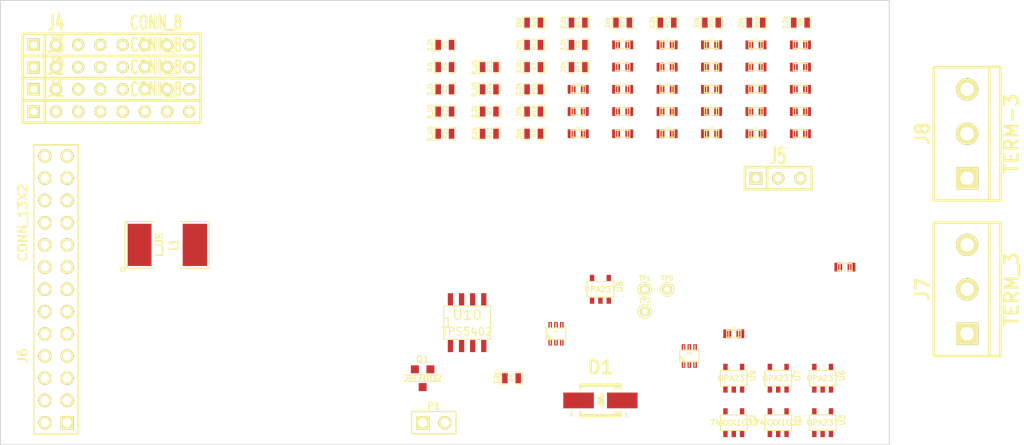
<source format=kicad_pcb>
(kicad_pcb (version 3) (host pcbnew "(2013-may-18)-stable")

  (general
    (links 166)
    (no_connects 166)
    (area 101.549999 101.549999 203.250001 152.450001)
    (thickness 1.6)
    (drawings 4)
    (tracks 0)
    (zones 0)
    (modules 79)
    (nets 39)
  )

  (page A3)
  (layers
    (15 F.Cu signal)
    (0 B.Cu signal)
    (16 B.Adhes user)
    (17 F.Adhes user)
    (18 B.Paste user)
    (19 F.Paste user)
    (20 B.SilkS user)
    (21 F.SilkS user)
    (22 B.Mask user)
    (23 F.Mask user)
    (24 Dwgs.User user)
    (25 Cmts.User user)
    (26 Eco1.User user)
    (27 Eco2.User user)
    (28 Edge.Cuts user)
  )

  (setup
    (last_trace_width 0.254)
    (trace_clearance 0.254)
    (zone_clearance 0.508)
    (zone_45_only no)
    (trace_min 0.254)
    (segment_width 0.2)
    (edge_width 0.1)
    (via_size 0.889)
    (via_drill 0.635)
    (via_min_size 0.889)
    (via_min_drill 0.508)
    (uvia_size 0.508)
    (uvia_drill 0.127)
    (uvias_allowed no)
    (uvia_min_size 0.508)
    (uvia_min_drill 0.127)
    (pcb_text_width 0.3)
    (pcb_text_size 1.5 1.5)
    (mod_edge_width 0.15)
    (mod_text_size 1 1)
    (mod_text_width 0.15)
    (pad_size 1.5 1.5)
    (pad_drill 0.6)
    (pad_to_mask_clearance 0)
    (aux_axis_origin 0 0)
    (visible_elements FFFFFFBF)
    (pcbplotparams
      (layerselection 3178497)
      (usegerberextensions true)
      (excludeedgelayer true)
      (linewidth 0.150000)
      (plotframeref false)
      (viasonmask false)
      (mode 1)
      (useauxorigin false)
      (hpglpennumber 1)
      (hpglpenspeed 20)
      (hpglpendiameter 15)
      (hpglpenoverlay 2)
      (psnegative false)
      (psa4output false)
      (plotreference true)
      (plotvalue true)
      (plotothertext true)
      (plotinvisibletext false)
      (padsonsilk false)
      (subtractmaskfromsilk false)
      (outputformat 1)
      (mirror false)
      (drillshape 1)
      (scaleselection 1)
      (outputdirectory ""))
  )

  (net 0 "")
  (net 1 +15V)
  (net 2 -15V)
  (net 3 "/Interface HW-01/GPIO_12")
  (net 4 "/Interface HW-01/SCL_A")
  (net 5 "/Interface HW-01/SDA_A")
  (net 6 "/Interface HW-01/SPICLK_A")
  (net 7 "/Interface HW-01/SPISIMO_A")
  (net 8 "/Interface HW-01/SPISTE_A")
  (net 9 3V3)
  (net 10 DAC_X)
  (net 11 DAC_Y)
  (net 12 GND)
  (net 13 N-0000024)
  (net 14 N-0000025)
  (net 15 N-0000026)
  (net 16 N-0000052)
  (net 17 N-0000054)
  (net 18 N-0000055)
  (net 19 N-0000057)
  (net 20 N-0000058)
  (net 21 N-0000059)
  (net 22 N-0000060)
  (net 23 N-0000061)
  (net 24 N-0000062)
  (net 25 N-0000063)
  (net 26 N-0000064)
  (net 27 N-0000065)
  (net 28 N-0000066)
  (net 29 N-0000067)
  (net 30 N-0000068)
  (net 31 N-0000069)
  (net 32 N-0000070)
  (net 33 N-0000071)
  (net 34 N-0000072)
  (net 35 N-0000073)
  (net 36 N-0000074)
  (net 37 REF_1.65)
  (net 38 REF_1.65V)

  (net_class Default "This is the default net class."
    (clearance 0.254)
    (trace_width 0.254)
    (via_dia 0.889)
    (via_drill 0.635)
    (uvia_dia 0.508)
    (uvia_drill 0.127)
    (add_net "")
    (add_net +15V)
    (add_net -15V)
    (add_net "/Interface HW-01/GPIO_12")
    (add_net "/Interface HW-01/SCL_A")
    (add_net "/Interface HW-01/SDA_A")
    (add_net "/Interface HW-01/SPICLK_A")
    (add_net "/Interface HW-01/SPISIMO_A")
    (add_net "/Interface HW-01/SPISTE_A")
    (add_net 3V3)
    (add_net DAC_X)
    (add_net DAC_Y)
    (add_net GND)
    (add_net N-0000024)
    (add_net N-0000025)
    (add_net N-0000026)
    (add_net N-0000052)
    (add_net N-0000054)
    (add_net N-0000055)
    (add_net N-0000057)
    (add_net N-0000058)
    (add_net N-0000059)
    (add_net N-0000060)
    (add_net N-0000061)
    (add_net N-0000062)
    (add_net N-0000063)
    (add_net N-0000064)
    (add_net N-0000065)
    (add_net N-0000066)
    (add_net N-0000067)
    (add_net N-0000068)
    (add_net N-0000069)
    (add_net N-0000070)
    (add_net N-0000071)
    (add_net N-0000072)
    (add_net N-0000073)
    (add_net N-0000074)
    (add_net REF_1.65)
    (add_net REF_1.65V)
  )

  (module SOT23GDS (layer F.Cu) (tedit 50911E03) (tstamp 5344AD2D)
    (at 149.86 144.78)
    (descr "Module CMS SOT23 Transistore EBC")
    (tags "CMS SOT")
    (path /533B4F18/53403CA2)
    (attr smd)
    (fp_text reference Q1 (at 0 -2.159) (layer F.SilkS)
      (effects (font (size 0.762 0.762) (thickness 0.12954)))
    )
    (fp_text value 2N7002 (at 0 0) (layer F.SilkS)
      (effects (font (size 0.762 0.762) (thickness 0.12954)))
    )
    (fp_line (start -1.524 -0.381) (end 1.524 -0.381) (layer F.SilkS) (width 0.11938))
    (fp_line (start 1.524 -0.381) (end 1.524 0.381) (layer F.SilkS) (width 0.11938))
    (fp_line (start 1.524 0.381) (end -1.524 0.381) (layer F.SilkS) (width 0.11938))
    (fp_line (start -1.524 0.381) (end -1.524 -0.381) (layer F.SilkS) (width 0.11938))
    (pad S smd rect (at -0.889 -1.016) (size 0.9144 0.9144)
      (layers F.Cu F.Paste F.Mask)
      (net 12 GND)
    )
    (pad G smd rect (at 0.889 -1.016) (size 0.9144 0.9144)
      (layers F.Cu F.Paste F.Mask)
      (net 3 "/Interface HW-01/GPIO_12")
    )
    (pad D smd rect (at 0 1.016) (size 0.9144 0.9144)
      (layers F.Cu F.Paste F.Mask)
      (net 13 N-0000024)
    )
    (model smd/cms_sot23.wrl
      (at (xyz 0 0 0))
      (scale (xyz 0.13 0.15 0.15))
      (rotate (xyz 0 0 0))
    )
  )

  (module SOT23-5 (layer F.Cu) (tedit 4ECF78EF) (tstamp 5344AD3A)
    (at 170.18 134.62)
    (path /533B7211/53406FFC)
    (attr smd)
    (fp_text reference U8 (at 2.19964 -0.29972 90) (layer F.SilkS)
      (effects (font (size 0.635 0.635) (thickness 0.127)))
    )
    (fp_text value OPA237 (at 0 0) (layer F.SilkS)
      (effects (font (size 0.635 0.635) (thickness 0.127)))
    )
    (fp_line (start 1.524 -0.889) (end 1.524 0.889) (layer F.SilkS) (width 0.127))
    (fp_line (start 1.524 0.889) (end -1.524 0.889) (layer F.SilkS) (width 0.127))
    (fp_line (start -1.524 0.889) (end -1.524 -0.889) (layer F.SilkS) (width 0.127))
    (fp_line (start -1.524 -0.889) (end 1.524 -0.889) (layer F.SilkS) (width 0.127))
    (pad 1 smd rect (at -0.9525 1.27) (size 0.508 0.762)
      (layers F.Cu F.Paste F.Mask)
      (net 29 N-0000067)
    )
    (pad 3 smd rect (at 0.9525 1.27) (size 0.508 0.762)
      (layers F.Cu F.Paste F.Mask)
      (net 26 N-0000064)
    )
    (pad 5 smd rect (at -0.9525 -1.27) (size 0.508 0.762)
      (layers F.Cu F.Paste F.Mask)
      (net 1 +15V)
    )
    (pad 2 smd rect (at 0 1.27) (size 0.508 0.762)
      (layers F.Cu F.Paste F.Mask)
      (net 2 -15V)
    )
    (pad 4 smd rect (at 0.9525 -1.27) (size 0.508 0.762)
      (layers F.Cu F.Paste F.Mask)
      (net 28 N-0000066)
    )
    (model smd/SOT23_5.wrl
      (at (xyz 0 0 0))
      (scale (xyz 0.1 0.1 0.1))
      (rotate (xyz 0 0 0))
    )
  )

  (module SOT23-5 (layer F.Cu) (tedit 4ECF78EF) (tstamp 5344AD47)
    (at 185.42 144.78)
    (path /533B7211/533B73D6)
    (attr smd)
    (fp_text reference U9 (at 2.19964 -0.29972 90) (layer F.SilkS)
      (effects (font (size 0.635 0.635) (thickness 0.127)))
    )
    (fp_text value OPA237 (at 0 0) (layer F.SilkS)
      (effects (font (size 0.635 0.635) (thickness 0.127)))
    )
    (fp_line (start 1.524 -0.889) (end 1.524 0.889) (layer F.SilkS) (width 0.127))
    (fp_line (start 1.524 0.889) (end -1.524 0.889) (layer F.SilkS) (width 0.127))
    (fp_line (start -1.524 0.889) (end -1.524 -0.889) (layer F.SilkS) (width 0.127))
    (fp_line (start -1.524 -0.889) (end 1.524 -0.889) (layer F.SilkS) (width 0.127))
    (pad 1 smd rect (at -0.9525 1.27) (size 0.508 0.762)
      (layers F.Cu F.Paste F.Mask)
      (net 24 N-0000062)
    )
    (pad 3 smd rect (at 0.9525 1.27) (size 0.508 0.762)
      (layers F.Cu F.Paste F.Mask)
      (net 25 N-0000063)
    )
    (pad 5 smd rect (at -0.9525 -1.27) (size 0.508 0.762)
      (layers F.Cu F.Paste F.Mask)
      (net 1 +15V)
    )
    (pad 2 smd rect (at 0 1.27) (size 0.508 0.762)
      (layers F.Cu F.Paste F.Mask)
      (net 2 -15V)
    )
    (pad 4 smd rect (at 0.9525 -1.27) (size 0.508 0.762)
      (layers F.Cu F.Paste F.Mask)
      (net 27 N-0000065)
    )
    (model smd/SOT23_5.wrl
      (at (xyz 0 0 0))
      (scale (xyz 0.1 0.1 0.1))
      (rotate (xyz 0 0 0))
    )
  )

  (module SOT23-5 (layer F.Cu) (tedit 4ECF78EF) (tstamp 5344AD54)
    (at 190.5 144.78)
    (path /533B5168/53407006)
    (attr smd)
    (fp_text reference U7 (at 2.19964 -0.29972 90) (layer F.SilkS)
      (effects (font (size 0.635 0.635) (thickness 0.127)))
    )
    (fp_text value OPA237 (at 0 0) (layer F.SilkS)
      (effects (font (size 0.635 0.635) (thickness 0.127)))
    )
    (fp_line (start 1.524 -0.889) (end 1.524 0.889) (layer F.SilkS) (width 0.127))
    (fp_line (start 1.524 0.889) (end -1.524 0.889) (layer F.SilkS) (width 0.127))
    (fp_line (start -1.524 0.889) (end -1.524 -0.889) (layer F.SilkS) (width 0.127))
    (fp_line (start -1.524 -0.889) (end 1.524 -0.889) (layer F.SilkS) (width 0.127))
    (pad 1 smd rect (at -0.9525 1.27) (size 0.508 0.762)
      (layers F.Cu F.Paste F.Mask)
      (net 18 N-0000055)
    )
    (pad 3 smd rect (at 0.9525 1.27) (size 0.508 0.762)
      (layers F.Cu F.Paste F.Mask)
      (net 19 N-0000057)
    )
    (pad 5 smd rect (at -0.9525 -1.27) (size 0.508 0.762)
      (layers F.Cu F.Paste F.Mask)
      (net 1 +15V)
    )
    (pad 2 smd rect (at 0 1.27) (size 0.508 0.762)
      (layers F.Cu F.Paste F.Mask)
      (net 2 -15V)
    )
    (pad 4 smd rect (at 0.9525 -1.27) (size 0.508 0.762)
      (layers F.Cu F.Paste F.Mask)
      (net 21 N-0000059)
    )
    (model smd/SOT23_5.wrl
      (at (xyz 0 0 0))
      (scale (xyz 0.1 0.1 0.1))
      (rotate (xyz 0 0 0))
    )
  )

  (module SOT23-5 (layer F.Cu) (tedit 4ECF78EF) (tstamp 5344AD61)
    (at 195.58 144.78)
    (path /533B5168/533B6DCF)
    (attr smd)
    (fp_text reference U6 (at 2.19964 -0.29972 90) (layer F.SilkS)
      (effects (font (size 0.635 0.635) (thickness 0.127)))
    )
    (fp_text value OPA237 (at 0 0) (layer F.SilkS)
      (effects (font (size 0.635 0.635) (thickness 0.127)))
    )
    (fp_line (start 1.524 -0.889) (end 1.524 0.889) (layer F.SilkS) (width 0.127))
    (fp_line (start 1.524 0.889) (end -1.524 0.889) (layer F.SilkS) (width 0.127))
    (fp_line (start -1.524 0.889) (end -1.524 -0.889) (layer F.SilkS) (width 0.127))
    (fp_line (start -1.524 -0.889) (end 1.524 -0.889) (layer F.SilkS) (width 0.127))
    (pad 1 smd rect (at -0.9525 1.27) (size 0.508 0.762)
      (layers F.Cu F.Paste F.Mask)
      (net 23 N-0000061)
    )
    (pad 3 smd rect (at 0.9525 1.27) (size 0.508 0.762)
      (layers F.Cu F.Paste F.Mask)
      (net 20 N-0000058)
    )
    (pad 5 smd rect (at -0.9525 -1.27) (size 0.508 0.762)
      (layers F.Cu F.Paste F.Mask)
      (net 1 +15V)
    )
    (pad 2 smd rect (at 0 1.27) (size 0.508 0.762)
      (layers F.Cu F.Paste F.Mask)
      (net 2 -15V)
    )
    (pad 4 smd rect (at 0.9525 -1.27) (size 0.508 0.762)
      (layers F.Cu F.Paste F.Mask)
      (net 22 N-0000060)
    )
    (model smd/SOT23_5.wrl
      (at (xyz 0 0 0))
      (scale (xyz 0.1 0.1 0.1))
      (rotate (xyz 0 0 0))
    )
  )

  (module SOT23-5 (layer F.Cu) (tedit 4ECF78EF) (tstamp 5344AD6E)
    (at 185.42 149.86)
    (path /533B4F18/533B5892)
    (attr smd)
    (fp_text reference U2 (at 2.19964 -0.29972 90) (layer F.SilkS)
      (effects (font (size 0.635 0.635) (thickness 0.127)))
    )
    (fp_text value 74XXX1G32 (at 0 0) (layer F.SilkS)
      (effects (font (size 0.635 0.635) (thickness 0.127)))
    )
    (fp_line (start 1.524 -0.889) (end 1.524 0.889) (layer F.SilkS) (width 0.127))
    (fp_line (start 1.524 0.889) (end -1.524 0.889) (layer F.SilkS) (width 0.127))
    (fp_line (start -1.524 0.889) (end -1.524 -0.889) (layer F.SilkS) (width 0.127))
    (fp_line (start -1.524 -0.889) (end 1.524 -0.889) (layer F.SilkS) (width 0.127))
    (pad 1 smd rect (at -0.9525 1.27) (size 0.508 0.762)
      (layers F.Cu F.Paste F.Mask)
      (net 8 "/Interface HW-01/SPISTE_A")
    )
    (pad 3 smd rect (at 0.9525 1.27) (size 0.508 0.762)
      (layers F.Cu F.Paste F.Mask)
      (net 12 GND)
    )
    (pad 5 smd rect (at -0.9525 -1.27) (size 0.508 0.762)
      (layers F.Cu F.Paste F.Mask)
      (net 9 3V3)
    )
    (pad 2 smd rect (at 0 1.27) (size 0.508 0.762)
      (layers F.Cu F.Paste F.Mask)
      (net 5 "/Interface HW-01/SDA_A")
    )
    (pad 4 smd rect (at 0.9525 -1.27) (size 0.508 0.762)
      (layers F.Cu F.Paste F.Mask)
      (net 16 N-0000052)
    )
    (model smd/SOT23_5.wrl
      (at (xyz 0 0 0))
      (scale (xyz 0.1 0.1 0.1))
      (rotate (xyz 0 0 0))
    )
  )

  (module SOT23-5 (layer F.Cu) (tedit 4ECF78EF) (tstamp 5344AD7B)
    (at 190.5 149.86)
    (path /533B4F18/533245C8)
    (attr smd)
    (fp_text reference U1 (at 2.19964 -0.29972 90) (layer F.SilkS)
      (effects (font (size 0.635 0.635) (thickness 0.127)))
    )
    (fp_text value 74XXX1G32 (at 0 0) (layer F.SilkS)
      (effects (font (size 0.635 0.635) (thickness 0.127)))
    )
    (fp_line (start 1.524 -0.889) (end 1.524 0.889) (layer F.SilkS) (width 0.127))
    (fp_line (start 1.524 0.889) (end -1.524 0.889) (layer F.SilkS) (width 0.127))
    (fp_line (start -1.524 0.889) (end -1.524 -0.889) (layer F.SilkS) (width 0.127))
    (fp_line (start -1.524 -0.889) (end 1.524 -0.889) (layer F.SilkS) (width 0.127))
    (pad 1 smd rect (at -0.9525 1.27) (size 0.508 0.762)
      (layers F.Cu F.Paste F.Mask)
      (net 8 "/Interface HW-01/SPISTE_A")
    )
    (pad 3 smd rect (at 0.9525 1.27) (size 0.508 0.762)
      (layers F.Cu F.Paste F.Mask)
      (net 12 GND)
    )
    (pad 5 smd rect (at -0.9525 -1.27) (size 0.508 0.762)
      (layers F.Cu F.Paste F.Mask)
      (net 9 3V3)
    )
    (pad 2 smd rect (at 0 1.27) (size 0.508 0.762)
      (layers F.Cu F.Paste F.Mask)
      (net 4 "/Interface HW-01/SCL_A")
    )
    (pad 4 smd rect (at 0.9525 -1.27) (size 0.508 0.762)
      (layers F.Cu F.Paste F.Mask)
      (net 15 N-0000026)
    )
    (model smd/SOT23_5.wrl
      (at (xyz 0 0 0))
      (scale (xyz 0.1 0.1 0.1))
      (rotate (xyz 0 0 0))
    )
  )

  (module SOT23-5 (layer F.Cu) (tedit 4ECF78EF) (tstamp 5344AD88)
    (at 195.58 149.86)
    (path /533B4F18/531FAD8E)
    (attr smd)
    (fp_text reference U3 (at 2.19964 -0.29972 90) (layer F.SilkS)
      (effects (font (size 0.635 0.635) (thickness 0.127)))
    )
    (fp_text value OPA237 (at 0 0) (layer F.SilkS)
      (effects (font (size 0.635 0.635) (thickness 0.127)))
    )
    (fp_line (start 1.524 -0.889) (end 1.524 0.889) (layer F.SilkS) (width 0.127))
    (fp_line (start 1.524 0.889) (end -1.524 0.889) (layer F.SilkS) (width 0.127))
    (fp_line (start -1.524 0.889) (end -1.524 -0.889) (layer F.SilkS) (width 0.127))
    (fp_line (start -1.524 -0.889) (end 1.524 -0.889) (layer F.SilkS) (width 0.127))
    (pad 1 smd rect (at -0.9525 1.27) (size 0.508 0.762)
      (layers F.Cu F.Paste F.Mask)
      (net 38 REF_1.65V)
    )
    (pad 3 smd rect (at 0.9525 1.27) (size 0.508 0.762)
      (layers F.Cu F.Paste F.Mask)
      (net 17 N-0000054)
    )
    (pad 5 smd rect (at -0.9525 -1.27) (size 0.508 0.762)
      (layers F.Cu F.Paste F.Mask)
      (net 9 3V3)
    )
    (pad 2 smd rect (at 0 1.27) (size 0.508 0.762)
      (layers F.Cu F.Paste F.Mask)
      (net 12 GND)
    )
    (pad 4 smd rect (at 0.9525 -1.27) (size 0.508 0.762)
      (layers F.Cu F.Paste F.Mask)
      (net 38 REF_1.65V)
    )
    (model smd/SOT23_5.wrl
      (at (xyz 0 0 0))
      (scale (xyz 0.1 0.1 0.1))
      (rotate (xyz 0 0 0))
    )
  )

  (module SO8E (layer F.Cu) (tedit 4F33A5C7) (tstamp 5344AD9C)
    (at 154.94 138.43)
    (descr "module CMS SOJ 8 pins etroit")
    (tags "CMS SOJ")
    (path /53404437/5340586F)
    (attr smd)
    (fp_text reference U10 (at 0 -0.889) (layer F.SilkS)
      (effects (font (size 1.143 1.143) (thickness 0.1524)))
    )
    (fp_text value TPS5402 (at 0 1.016) (layer F.SilkS)
      (effects (font (size 0.889 0.889) (thickness 0.1524)))
    )
    (fp_line (start -2.667 1.778) (end -2.667 1.905) (layer F.SilkS) (width 0.127))
    (fp_line (start -2.667 1.905) (end 2.667 1.905) (layer F.SilkS) (width 0.127))
    (fp_line (start 2.667 -1.905) (end -2.667 -1.905) (layer F.SilkS) (width 0.127))
    (fp_line (start -2.667 -1.905) (end -2.667 1.778) (layer F.SilkS) (width 0.127))
    (fp_line (start -2.667 -0.508) (end -2.159 -0.508) (layer F.SilkS) (width 0.127))
    (fp_line (start -2.159 -0.508) (end -2.159 0.508) (layer F.SilkS) (width 0.127))
    (fp_line (start -2.159 0.508) (end -2.667 0.508) (layer F.SilkS) (width 0.127))
    (fp_line (start 2.667 -1.905) (end 2.667 1.905) (layer F.SilkS) (width 0.127))
    (pad 8 smd rect (at -1.905 -2.667) (size 0.59944 1.39954)
      (layers F.Cu F.Paste F.Mask)
      (net 31 N-0000069)
    )
    (pad 1 smd rect (at -1.905 2.667) (size 0.59944 1.39954)
      (layers F.Cu F.Paste F.Mask)
      (net 30 N-0000068)
    )
    (pad 7 smd rect (at -0.635 -2.667) (size 0.59944 1.39954)
      (layers F.Cu F.Paste F.Mask)
      (net 12 GND)
    )
    (pad 6 smd rect (at 0.635 -2.667) (size 0.59944 1.39954)
      (layers F.Cu F.Paste F.Mask)
      (net 33 N-0000071)
    )
    (pad 5 smd rect (at 1.905 -2.667) (size 0.59944 1.39954)
      (layers F.Cu F.Paste F.Mask)
      (net 32 N-0000070)
    )
    (pad 2 smd rect (at -0.635 2.667) (size 0.59944 1.39954)
      (layers F.Cu F.Paste F.Mask)
      (net 1 +15V)
    )
    (pad 3 smd rect (at 0.635 2.667) (size 0.59944 1.39954)
      (layers F.Cu F.Paste F.Mask)
      (net 34 N-0000072)
    )
    (pad 4 smd rect (at 1.905 2.667) (size 0.59944 1.39954)
      (layers F.Cu F.Paste F.Mask)
      (net 35 N-0000073)
    )
    (model smd/cms_so8.wrl
      (at (xyz 0 0 0))
      (scale (xyz 0.5 0.32 0.5))
      (rotate (xyz 0 0 0))
    )
  )

  (module SM2112L (layer F.Cu) (tedit 3D6A36A7) (tstamp 5344ADAA)
    (at 120.65 129.54)
    (path /53404437/53405A76)
    (attr smd)
    (fp_text reference L1 (at 0.762 0 90) (layer F.SilkS)
      (effects (font (size 1.016 0.762) (thickness 0.2032)))
    )
    (fp_text value L_US (at -0.889 0 90) (layer F.SilkS)
      (effects (font (size 0.762 0.762) (thickness 0.2032)))
    )
    (fp_circle (center -5.08 2.794) (end -4.826 2.667) (layer F.SilkS) (width 0.127))
    (fp_line (start -4.572 -2.667) (end -4.572 2.667) (layer F.SilkS) (width 0.127))
    (fp_line (start -4.826 -2.667) (end -4.826 2.667) (layer F.SilkS) (width 0.127))
    (fp_line (start -1.524 2.667) (end -4.826 2.667) (layer F.SilkS) (width 0.127))
    (fp_line (start -1.524 -2.667) (end -4.826 -2.667) (layer F.SilkS) (width 0.127))
    (fp_line (start 1.524 -2.667) (end 4.826 -2.667) (layer F.SilkS) (width 0.127))
    (fp_line (start 4.826 -2.667) (end 4.826 2.667) (layer F.SilkS) (width 0.127))
    (fp_line (start 4.826 2.667) (end 1.524 2.667) (layer F.SilkS) (width 0.127))
    (pad 2 smd rect (at 3.175 0) (size 2.794 4.826)
      (layers F.Cu F.Paste F.Mask)
      (net 9 3V3)
    )
    (pad 1 smd rect (at -3.175 0) (size 2.794 4.826)
      (layers F.Cu F.Paste F.Mask)
      (net 31 N-0000069)
    )
    (model smd/chip_cms.wrl
      (at (xyz 0 0 0))
      (scale (xyz 0.3 0.4 0.4))
      (rotate (xyz 0 0 0))
    )
  )

  (module SM0603_Resistor (layer F.Cu) (tedit 5051B21B) (tstamp 5344ADB6)
    (at 160.02 144.78)
    (path /533B5168/533B6E63)
    (attr smd)
    (fp_text reference R5 (at 0.0635 -0.0635 90) (layer F.SilkS)
      (effects (font (size 0.50038 0.4572) (thickness 0.1143)))
    )
    (fp_text value 2.2k (at -1.69926 0 90) (layer F.SilkS)
      (effects (font (size 0.508 0.4572) (thickness 0.1143)))
    )
    (fp_line (start -0.50038 -0.6985) (end -1.2065 -0.6985) (layer F.SilkS) (width 0.127))
    (fp_line (start -1.2065 -0.6985) (end -1.2065 0.6985) (layer F.SilkS) (width 0.127))
    (fp_line (start -1.2065 0.6985) (end -0.50038 0.6985) (layer F.SilkS) (width 0.127))
    (fp_line (start 1.2065 -0.6985) (end 0.50038 -0.6985) (layer F.SilkS) (width 0.127))
    (fp_line (start 1.2065 -0.6985) (end 1.2065 0.6985) (layer F.SilkS) (width 0.127))
    (fp_line (start 1.2065 0.6985) (end 0.50038 0.6985) (layer F.SilkS) (width 0.127))
    (pad 1 smd rect (at -0.762 0) (size 0.635 1.143)
      (layers F.Cu F.Paste F.Mask)
      (net 20 N-0000058)
    )
    (pad 2 smd rect (at 0.762 0) (size 0.635 1.143)
      (layers F.Cu F.Paste F.Mask)
      (net 10 DAC_X)
    )
    (model smd\resistors\R0603.wrl
      (at (xyz 0 0 0.001))
      (scale (xyz 0.5 0.5 0.5))
      (rotate (xyz 0 0 0))
    )
  )

  (module SM0603_Resistor (layer F.Cu) (tedit 5051B21B) (tstamp 5344ADC2)
    (at 152.4 111.76)
    (path /533B4F18/533B5786)
    (attr smd)
    (fp_text reference R2 (at 0.0635 -0.0635 90) (layer F.SilkS)
      (effects (font (size 0.50038 0.4572) (thickness 0.1143)))
    )
    (fp_text value 2.2k (at -1.69926 0 90) (layer F.SilkS)
      (effects (font (size 0.508 0.4572) (thickness 0.1143)))
    )
    (fp_line (start -0.50038 -0.6985) (end -1.2065 -0.6985) (layer F.SilkS) (width 0.127))
    (fp_line (start -1.2065 -0.6985) (end -1.2065 0.6985) (layer F.SilkS) (width 0.127))
    (fp_line (start -1.2065 0.6985) (end -0.50038 0.6985) (layer F.SilkS) (width 0.127))
    (fp_line (start 1.2065 -0.6985) (end 0.50038 -0.6985) (layer F.SilkS) (width 0.127))
    (fp_line (start 1.2065 -0.6985) (end 1.2065 0.6985) (layer F.SilkS) (width 0.127))
    (fp_line (start 1.2065 0.6985) (end 0.50038 0.6985) (layer F.SilkS) (width 0.127))
    (pad 1 smd rect (at -0.762 0) (size 0.635 1.143)
      (layers F.Cu F.Paste F.Mask)
      (net 17 N-0000054)
    )
    (pad 2 smd rect (at 0.762 0) (size 0.635 1.143)
      (layers F.Cu F.Paste F.Mask)
      (net 12 GND)
    )
    (model smd\resistors\R0603.wrl
      (at (xyz 0 0 0.001))
      (scale (xyz 0.5 0.5 0.5))
      (rotate (xyz 0 0 0))
    )
  )

  (module SM0603_Resistor (layer F.Cu) (tedit 5051B21B) (tstamp 5344ADCE)
    (at 167.64 109.22)
    (path /533B5168/533B6EF9)
    (attr smd)
    (fp_text reference R11 (at 0.0635 -0.0635 90) (layer F.SilkS)
      (effects (font (size 0.50038 0.4572) (thickness 0.1143)))
    )
    (fp_text value 20k (at -1.69926 0 90) (layer F.SilkS)
      (effects (font (size 0.508 0.4572) (thickness 0.1143)))
    )
    (fp_line (start -0.50038 -0.6985) (end -1.2065 -0.6985) (layer F.SilkS) (width 0.127))
    (fp_line (start -1.2065 -0.6985) (end -1.2065 0.6985) (layer F.SilkS) (width 0.127))
    (fp_line (start -1.2065 0.6985) (end -0.50038 0.6985) (layer F.SilkS) (width 0.127))
    (fp_line (start 1.2065 -0.6985) (end 0.50038 -0.6985) (layer F.SilkS) (width 0.127))
    (fp_line (start 1.2065 -0.6985) (end 1.2065 0.6985) (layer F.SilkS) (width 0.127))
    (fp_line (start 1.2065 0.6985) (end 0.50038 0.6985) (layer F.SilkS) (width 0.127))
    (pad 1 smd rect (at -0.762 0) (size 0.635 1.143)
      (layers F.Cu F.Paste F.Mask)
      (net 23 N-0000061)
    )
    (pad 2 smd rect (at 0.762 0) (size 0.635 1.143)
      (layers F.Cu F.Paste F.Mask)
      (net 22 N-0000060)
    )
    (model smd\resistors\R0603.wrl
      (at (xyz 0 0 0.001))
      (scale (xyz 0.5 0.5 0.5))
      (rotate (xyz 0 0 0))
    )
  )

  (module SM0603_Resistor   placed (layer F.Cu) (tedit 5051B21B) (tstamp 5344ADDA)
    (at 167.64 106.68)
    (path /533B5168/533B6F05)
    (attr smd)
    (fp_text reference R6 (at 0.0635 -0.0635 90) (layer F.SilkS)
      (effects (font (size 0.50038 0.4572) (thickness 0.1143)))
    )
    (fp_text value 2.2k (at -1.69926 0 90) (layer F.SilkS)
      (effects (font (size 0.508 0.4572) (thickness 0.1143)))
    )
    (fp_line (start -0.50038 -0.6985) (end -1.2065 -0.6985) (layer F.SilkS) (width 0.127))
    (fp_line (start -1.2065 -0.6985) (end -1.2065 0.6985) (layer F.SilkS) (width 0.127))
    (fp_line (start -1.2065 0.6985) (end -0.50038 0.6985) (layer F.SilkS) (width 0.127))
    (fp_line (start 1.2065 -0.6985) (end 0.50038 -0.6985) (layer F.SilkS) (width 0.127))
    (fp_line (start 1.2065 -0.6985) (end 1.2065 0.6985) (layer F.SilkS) (width 0.127))
    (fp_line (start 1.2065 0.6985) (end 0.50038 0.6985) (layer F.SilkS) (width 0.127))
    (pad 1 smd rect (at -0.762 0) (size 0.635 1.143)
      (layers F.Cu F.Paste F.Mask)
      (net 22 N-0000060)
    )
    (pad 2 smd rect (at 0.762 0) (size 0.635 1.143)
      (layers F.Cu F.Paste F.Mask)
      (net 37 REF_1.65)
    )
    (model smd\resistors\R0603.wrl
      (at (xyz 0 0 0.001))
      (scale (xyz 0.5 0.5 0.5))
      (rotate (xyz 0 0 0))
    )
  )

  (module SM0603_Resistor (layer F.Cu) (tedit 5051B21B) (tstamp 5344ADE6)
    (at 162.56 116.84)
    (path /533B5168/533B6F25)
    (attr smd)
    (fp_text reference R9 (at 0.0635 -0.0635 90) (layer F.SilkS)
      (effects (font (size 0.50038 0.4572) (thickness 0.1143)))
    )
    (fp_text value 20k (at -1.69926 0 90) (layer F.SilkS)
      (effects (font (size 0.508 0.4572) (thickness 0.1143)))
    )
    (fp_line (start -0.50038 -0.6985) (end -1.2065 -0.6985) (layer F.SilkS) (width 0.127))
    (fp_line (start -1.2065 -0.6985) (end -1.2065 0.6985) (layer F.SilkS) (width 0.127))
    (fp_line (start -1.2065 0.6985) (end -0.50038 0.6985) (layer F.SilkS) (width 0.127))
    (fp_line (start 1.2065 -0.6985) (end 0.50038 -0.6985) (layer F.SilkS) (width 0.127))
    (fp_line (start 1.2065 -0.6985) (end 1.2065 0.6985) (layer F.SilkS) (width 0.127))
    (fp_line (start 1.2065 0.6985) (end 0.50038 0.6985) (layer F.SilkS) (width 0.127))
    (pad 1 smd rect (at -0.762 0) (size 0.635 1.143)
      (layers F.Cu F.Paste F.Mask)
      (net 20 N-0000058)
    )
    (pad 2 smd rect (at 0.762 0) (size 0.635 1.143)
      (layers F.Cu F.Paste F.Mask)
      (net 12 GND)
    )
    (model smd\resistors\R0603.wrl
      (at (xyz 0 0 0.001))
      (scale (xyz 0.5 0.5 0.5))
      (rotate (xyz 0 0 0))
    )
  )

  (module SM0603_Resistor (layer F.Cu) (tedit 5051B21B) (tstamp 5344ADF2)
    (at 162.56 114.3)
    (path /533B7211/5340700C)
    (attr smd)
    (fp_text reference R18 (at 0.0635 -0.0635 90) (layer F.SilkS)
      (effects (font (size 0.50038 0.4572) (thickness 0.1143)))
    )
    (fp_text value 20k (at -1.69926 0 90) (layer F.SilkS)
      (effects (font (size 0.508 0.4572) (thickness 0.1143)))
    )
    (fp_line (start -0.50038 -0.6985) (end -1.2065 -0.6985) (layer F.SilkS) (width 0.127))
    (fp_line (start -1.2065 -0.6985) (end -1.2065 0.6985) (layer F.SilkS) (width 0.127))
    (fp_line (start -1.2065 0.6985) (end -0.50038 0.6985) (layer F.SilkS) (width 0.127))
    (fp_line (start 1.2065 -0.6985) (end 0.50038 -0.6985) (layer F.SilkS) (width 0.127))
    (fp_line (start 1.2065 -0.6985) (end 1.2065 0.6985) (layer F.SilkS) (width 0.127))
    (fp_line (start 1.2065 0.6985) (end 0.50038 0.6985) (layer F.SilkS) (width 0.127))
    (pad 1 smd rect (at -0.762 0) (size 0.635 1.143)
      (layers F.Cu F.Paste F.Mask)
      (net 25 N-0000063)
    )
    (pad 2 smd rect (at 0.762 0) (size 0.635 1.143)
      (layers F.Cu F.Paste F.Mask)
      (net 12 GND)
    )
    (model smd\resistors\R0603.wrl
      (at (xyz 0 0 0.001))
      (scale (xyz 0.5 0.5 0.5))
      (rotate (xyz 0 0 0))
    )
  )

  (module SM0603_Resistor (layer F.Cu) (tedit 5051B21B) (tstamp 5344ADFE)
    (at 162.56 111.76)
    (path /533B7211/533B73F9)
    (attr smd)
    (fp_text reference R16 (at 0.0635 -0.0635 90) (layer F.SilkS)
      (effects (font (size 0.50038 0.4572) (thickness 0.1143)))
    )
    (fp_text value 2.2k (at -1.69926 0 90) (layer F.SilkS)
      (effects (font (size 0.508 0.4572) (thickness 0.1143)))
    )
    (fp_line (start -0.50038 -0.6985) (end -1.2065 -0.6985) (layer F.SilkS) (width 0.127))
    (fp_line (start -1.2065 -0.6985) (end -1.2065 0.6985) (layer F.SilkS) (width 0.127))
    (fp_line (start -1.2065 0.6985) (end -0.50038 0.6985) (layer F.SilkS) (width 0.127))
    (fp_line (start 1.2065 -0.6985) (end 0.50038 -0.6985) (layer F.SilkS) (width 0.127))
    (fp_line (start 1.2065 -0.6985) (end 1.2065 0.6985) (layer F.SilkS) (width 0.127))
    (fp_line (start 1.2065 0.6985) (end 0.50038 0.6985) (layer F.SilkS) (width 0.127))
    (pad 1 smd rect (at -0.762 0) (size 0.635 1.143)
      (layers F.Cu F.Paste F.Mask)
      (net 27 N-0000065)
    )
    (pad 2 smd rect (at 0.762 0) (size 0.635 1.143)
      (layers F.Cu F.Paste F.Mask)
      (net 11 DAC_Y)
    )
    (model smd\resistors\R0603.wrl
      (at (xyz 0 0 0.001))
      (scale (xyz 0.5 0.5 0.5))
      (rotate (xyz 0 0 0))
    )
  )

  (module SM0603_Resistor (layer F.Cu) (tedit 5051B21B) (tstamp 5344AE0A)
    (at 162.56 109.22)
    (path /533B5168/533B73EB)
    (attr smd)
    (fp_text reference R7 (at 0.0635 -0.0635 90) (layer F.SilkS)
      (effects (font (size 0.50038 0.4572) (thickness 0.1143)))
    )
    (fp_text value 2.2k (at -1.69926 0 90) (layer F.SilkS)
      (effects (font (size 0.508 0.4572) (thickness 0.1143)))
    )
    (fp_line (start -0.50038 -0.6985) (end -1.2065 -0.6985) (layer F.SilkS) (width 0.127))
    (fp_line (start -1.2065 -0.6985) (end -1.2065 0.6985) (layer F.SilkS) (width 0.127))
    (fp_line (start -1.2065 0.6985) (end -0.50038 0.6985) (layer F.SilkS) (width 0.127))
    (fp_line (start 1.2065 -0.6985) (end 0.50038 -0.6985) (layer F.SilkS) (width 0.127))
    (fp_line (start 1.2065 -0.6985) (end 1.2065 0.6985) (layer F.SilkS) (width 0.127))
    (fp_line (start 1.2065 0.6985) (end 0.50038 0.6985) (layer F.SilkS) (width 0.127))
    (pad 1 smd rect (at -0.762 0) (size 0.635 1.143)
      (layers F.Cu F.Paste F.Mask)
      (net 19 N-0000057)
    )
    (pad 2 smd rect (at 0.762 0) (size 0.635 1.143)
      (layers F.Cu F.Paste F.Mask)
      (net 37 REF_1.65)
    )
    (model smd\resistors\R0603.wrl
      (at (xyz 0 0 0.001))
      (scale (xyz 0.5 0.5 0.5))
      (rotate (xyz 0 0 0))
    )
  )

  (module SM0603_Resistor (layer F.Cu) (tedit 5051B21B) (tstamp 5344AE16)
    (at 162.56 106.68)
    (path /533B5168/5340700A)
    (attr smd)
    (fp_text reference R12 (at 0.0635 -0.0635 90) (layer F.SilkS)
      (effects (font (size 0.50038 0.4572) (thickness 0.1143)))
    )
    (fp_text value 20k (at -1.69926 0 90) (layer F.SilkS)
      (effects (font (size 0.508 0.4572) (thickness 0.1143)))
    )
    (fp_line (start -0.50038 -0.6985) (end -1.2065 -0.6985) (layer F.SilkS) (width 0.127))
    (fp_line (start -1.2065 -0.6985) (end -1.2065 0.6985) (layer F.SilkS) (width 0.127))
    (fp_line (start -1.2065 0.6985) (end -0.50038 0.6985) (layer F.SilkS) (width 0.127))
    (fp_line (start 1.2065 -0.6985) (end 0.50038 -0.6985) (layer F.SilkS) (width 0.127))
    (fp_line (start 1.2065 -0.6985) (end 1.2065 0.6985) (layer F.SilkS) (width 0.127))
    (fp_line (start 1.2065 0.6985) (end 0.50038 0.6985) (layer F.SilkS) (width 0.127))
    (pad 1 smd rect (at -0.762 0) (size 0.635 1.143)
      (layers F.Cu F.Paste F.Mask)
      (net 18 N-0000055)
    )
    (pad 2 smd rect (at 0.762 0) (size 0.635 1.143)
      (layers F.Cu F.Paste F.Mask)
      (net 21 N-0000059)
    )
    (model smd\resistors\R0603.wrl
      (at (xyz 0 0 0.001))
      (scale (xyz 0.5 0.5 0.5))
      (rotate (xyz 0 0 0))
    )
  )

  (module SM0603_Resistor (layer F.Cu) (tedit 5051B21B) (tstamp 5344AE22)
    (at 193.04 104.14)
    (path /533B5168/5340700B)
    (attr smd)
    (fp_text reference R8 (at 0.0635 -0.0635 90) (layer F.SilkS)
      (effects (font (size 0.50038 0.4572) (thickness 0.1143)))
    )
    (fp_text value 2.2k (at -1.69926 0 90) (layer F.SilkS)
      (effects (font (size 0.508 0.4572) (thickness 0.1143)))
    )
    (fp_line (start -0.50038 -0.6985) (end -1.2065 -0.6985) (layer F.SilkS) (width 0.127))
    (fp_line (start -1.2065 -0.6985) (end -1.2065 0.6985) (layer F.SilkS) (width 0.127))
    (fp_line (start -1.2065 0.6985) (end -0.50038 0.6985) (layer F.SilkS) (width 0.127))
    (fp_line (start 1.2065 -0.6985) (end 0.50038 -0.6985) (layer F.SilkS) (width 0.127))
    (fp_line (start 1.2065 -0.6985) (end 1.2065 0.6985) (layer F.SilkS) (width 0.127))
    (fp_line (start 1.2065 0.6985) (end 0.50038 0.6985) (layer F.SilkS) (width 0.127))
    (pad 1 smd rect (at -0.762 0) (size 0.635 1.143)
      (layers F.Cu F.Paste F.Mask)
      (net 21 N-0000059)
    )
    (pad 2 smd rect (at 0.762 0) (size 0.635 1.143)
      (layers F.Cu F.Paste F.Mask)
      (net 10 DAC_X)
    )
    (model smd\resistors\R0603.wrl
      (at (xyz 0 0 0.001))
      (scale (xyz 0.5 0.5 0.5))
      (rotate (xyz 0 0 0))
    )
  )

  (module SM0603_Resistor (layer F.Cu) (tedit 5051B21B) (tstamp 5344AE2E)
    (at 187.96 104.14)
    (path /533B5168/533B7405)
    (attr smd)
    (fp_text reference R10 (at 0.0635 -0.0635 90) (layer F.SilkS)
      (effects (font (size 0.50038 0.4572) (thickness 0.1143)))
    )
    (fp_text value 20k (at -1.69926 0 90) (layer F.SilkS)
      (effects (font (size 0.508 0.4572) (thickness 0.1143)))
    )
    (fp_line (start -0.50038 -0.6985) (end -1.2065 -0.6985) (layer F.SilkS) (width 0.127))
    (fp_line (start -1.2065 -0.6985) (end -1.2065 0.6985) (layer F.SilkS) (width 0.127))
    (fp_line (start -1.2065 0.6985) (end -0.50038 0.6985) (layer F.SilkS) (width 0.127))
    (fp_line (start 1.2065 -0.6985) (end 0.50038 -0.6985) (layer F.SilkS) (width 0.127))
    (fp_line (start 1.2065 -0.6985) (end 1.2065 0.6985) (layer F.SilkS) (width 0.127))
    (fp_line (start 1.2065 0.6985) (end 0.50038 0.6985) (layer F.SilkS) (width 0.127))
    (pad 1 smd rect (at -0.762 0) (size 0.635 1.143)
      (layers F.Cu F.Paste F.Mask)
      (net 19 N-0000057)
    )
    (pad 2 smd rect (at 0.762 0) (size 0.635 1.143)
      (layers F.Cu F.Paste F.Mask)
      (net 12 GND)
    )
    (model smd\resistors\R0603.wrl
      (at (xyz 0 0 0.001))
      (scale (xyz 0.5 0.5 0.5))
      (rotate (xyz 0 0 0))
    )
  )

  (module SM0603_Resistor (layer F.Cu) (tedit 5051B21B) (tstamp 5344AE3A)
    (at 182.88 104.14)
    (path /533B7211/533B73F2)
    (attr smd)
    (fp_text reference R20 (at 0.0635 -0.0635 90) (layer F.SilkS)
      (effects (font (size 0.50038 0.4572) (thickness 0.1143)))
    )
    (fp_text value 20k (at -1.69926 0 90) (layer F.SilkS)
      (effects (font (size 0.508 0.4572) (thickness 0.1143)))
    )
    (fp_line (start -0.50038 -0.6985) (end -1.2065 -0.6985) (layer F.SilkS) (width 0.127))
    (fp_line (start -1.2065 -0.6985) (end -1.2065 0.6985) (layer F.SilkS) (width 0.127))
    (fp_line (start -1.2065 0.6985) (end -0.50038 0.6985) (layer F.SilkS) (width 0.127))
    (fp_line (start 1.2065 -0.6985) (end 0.50038 -0.6985) (layer F.SilkS) (width 0.127))
    (fp_line (start 1.2065 -0.6985) (end 1.2065 0.6985) (layer F.SilkS) (width 0.127))
    (fp_line (start 1.2065 0.6985) (end 0.50038 0.6985) (layer F.SilkS) (width 0.127))
    (pad 1 smd rect (at -0.762 0) (size 0.635 1.143)
      (layers F.Cu F.Paste F.Mask)
      (net 24 N-0000062)
    )
    (pad 2 smd rect (at 0.762 0) (size 0.635 1.143)
      (layers F.Cu F.Paste F.Mask)
      (net 27 N-0000065)
    )
    (model smd\resistors\R0603.wrl
      (at (xyz 0 0 0.001))
      (scale (xyz 0.5 0.5 0.5))
      (rotate (xyz 0 0 0))
    )
  )

  (module SM0603_Resistor (layer F.Cu) (tedit 5051B21B) (tstamp 5344AE46)
    (at 177.8 104.14)
    (path /533B7211/53407009)
    (attr smd)
    (fp_text reference R15 (at 0.0635 -0.0635 90) (layer F.SilkS)
      (effects (font (size 0.50038 0.4572) (thickness 0.1143)))
    )
    (fp_text value 2.2k (at -1.69926 0 90) (layer F.SilkS)
      (effects (font (size 0.508 0.4572) (thickness 0.1143)))
    )
    (fp_line (start -0.50038 -0.6985) (end -1.2065 -0.6985) (layer F.SilkS) (width 0.127))
    (fp_line (start -1.2065 -0.6985) (end -1.2065 0.6985) (layer F.SilkS) (width 0.127))
    (fp_line (start -1.2065 0.6985) (end -0.50038 0.6985) (layer F.SilkS) (width 0.127))
    (fp_line (start 1.2065 -0.6985) (end 0.50038 -0.6985) (layer F.SilkS) (width 0.127))
    (fp_line (start 1.2065 -0.6985) (end 1.2065 0.6985) (layer F.SilkS) (width 0.127))
    (fp_line (start 1.2065 0.6985) (end 0.50038 0.6985) (layer F.SilkS) (width 0.127))
    (pad 1 smd rect (at -0.762 0) (size 0.635 1.143)
      (layers F.Cu F.Paste F.Mask)
      (net 25 N-0000063)
    )
    (pad 2 smd rect (at 0.762 0) (size 0.635 1.143)
      (layers F.Cu F.Paste F.Mask)
      (net 37 REF_1.65)
    )
    (model smd\resistors\R0603.wrl
      (at (xyz 0 0 0.001))
      (scale (xyz 0.5 0.5 0.5))
      (rotate (xyz 0 0 0))
    )
  )

  (module SM0603_Resistor (layer F.Cu) (tedit 5051B21B) (tstamp 5344AE52)
    (at 172.72 104.14)
    (path /533B7211/53407002)
    (attr smd)
    (fp_text reference R17 (at 0.0635 -0.0635 90) (layer F.SilkS)
      (effects (font (size 0.50038 0.4572) (thickness 0.1143)))
    )
    (fp_text value 20k (at -1.69926 0 90) (layer F.SilkS)
      (effects (font (size 0.508 0.4572) (thickness 0.1143)))
    )
    (fp_line (start -0.50038 -0.6985) (end -1.2065 -0.6985) (layer F.SilkS) (width 0.127))
    (fp_line (start -1.2065 -0.6985) (end -1.2065 0.6985) (layer F.SilkS) (width 0.127))
    (fp_line (start -1.2065 0.6985) (end -0.50038 0.6985) (layer F.SilkS) (width 0.127))
    (fp_line (start 1.2065 -0.6985) (end 0.50038 -0.6985) (layer F.SilkS) (width 0.127))
    (fp_line (start 1.2065 -0.6985) (end 1.2065 0.6985) (layer F.SilkS) (width 0.127))
    (fp_line (start 1.2065 0.6985) (end 0.50038 0.6985) (layer F.SilkS) (width 0.127))
    (pad 1 smd rect (at -0.762 0) (size 0.635 1.143)
      (layers F.Cu F.Paste F.Mask)
      (net 26 N-0000064)
    )
    (pad 2 smd rect (at 0.762 0) (size 0.635 1.143)
      (layers F.Cu F.Paste F.Mask)
      (net 12 GND)
    )
    (model smd\resistors\R0603.wrl
      (at (xyz 0 0 0.001))
      (scale (xyz 0.5 0.5 0.5))
      (rotate (xyz 0 0 0))
    )
  )

  (module SM0603_Resistor (layer F.Cu) (tedit 5051B21B) (tstamp 5344AE5E)
    (at 167.64 104.14)
    (path /533B7211/53407001)
    (attr smd)
    (fp_text reference R14 (at 0.0635 -0.0635 90) (layer F.SilkS)
      (effects (font (size 0.50038 0.4572) (thickness 0.1143)))
    )
    (fp_text value 2.2k (at -1.69926 0 90) (layer F.SilkS)
      (effects (font (size 0.508 0.4572) (thickness 0.1143)))
    )
    (fp_line (start -0.50038 -0.6985) (end -1.2065 -0.6985) (layer F.SilkS) (width 0.127))
    (fp_line (start -1.2065 -0.6985) (end -1.2065 0.6985) (layer F.SilkS) (width 0.127))
    (fp_line (start -1.2065 0.6985) (end -0.50038 0.6985) (layer F.SilkS) (width 0.127))
    (fp_line (start 1.2065 -0.6985) (end 0.50038 -0.6985) (layer F.SilkS) (width 0.127))
    (fp_line (start 1.2065 -0.6985) (end 1.2065 0.6985) (layer F.SilkS) (width 0.127))
    (fp_line (start 1.2065 0.6985) (end 0.50038 0.6985) (layer F.SilkS) (width 0.127))
    (pad 1 smd rect (at -0.762 0) (size 0.635 1.143)
      (layers F.Cu F.Paste F.Mask)
      (net 28 N-0000066)
    )
    (pad 2 smd rect (at 0.762 0) (size 0.635 1.143)
      (layers F.Cu F.Paste F.Mask)
      (net 37 REF_1.65)
    )
    (model smd\resistors\R0603.wrl
      (at (xyz 0 0 0.001))
      (scale (xyz 0.5 0.5 0.5))
      (rotate (xyz 0 0 0))
    )
  )

  (module SM0603_Resistor (layer F.Cu) (tedit 5051B21B) (tstamp 5344AE6A)
    (at 162.56 104.14)
    (path /533B7211/53407000)
    (attr smd)
    (fp_text reference R19 (at 0.0635 -0.0635 90) (layer F.SilkS)
      (effects (font (size 0.50038 0.4572) (thickness 0.1143)))
    )
    (fp_text value 20k (at -1.69926 0 90) (layer F.SilkS)
      (effects (font (size 0.508 0.4572) (thickness 0.1143)))
    )
    (fp_line (start -0.50038 -0.6985) (end -1.2065 -0.6985) (layer F.SilkS) (width 0.127))
    (fp_line (start -1.2065 -0.6985) (end -1.2065 0.6985) (layer F.SilkS) (width 0.127))
    (fp_line (start -1.2065 0.6985) (end -0.50038 0.6985) (layer F.SilkS) (width 0.127))
    (fp_line (start 1.2065 -0.6985) (end 0.50038 -0.6985) (layer F.SilkS) (width 0.127))
    (fp_line (start 1.2065 -0.6985) (end 1.2065 0.6985) (layer F.SilkS) (width 0.127))
    (fp_line (start 1.2065 0.6985) (end 0.50038 0.6985) (layer F.SilkS) (width 0.127))
    (pad 1 smd rect (at -0.762 0) (size 0.635 1.143)
      (layers F.Cu F.Paste F.Mask)
      (net 29 N-0000067)
    )
    (pad 2 smd rect (at 0.762 0) (size 0.635 1.143)
      (layers F.Cu F.Paste F.Mask)
      (net 28 N-0000066)
    )
    (model smd\resistors\R0603.wrl
      (at (xyz 0 0 0.001))
      (scale (xyz 0.5 0.5 0.5))
      (rotate (xyz 0 0 0))
    )
  )

  (module SM0603_Resistor (layer F.Cu) (tedit 5051B21B) (tstamp 5344AE76)
    (at 157.48 116.84)
    (path /533B7211/53406FFF)
    (attr smd)
    (fp_text reference R13 (at 0.0635 -0.0635 90) (layer F.SilkS)
      (effects (font (size 0.50038 0.4572) (thickness 0.1143)))
    )
    (fp_text value 2.2k (at -1.69926 0 90) (layer F.SilkS)
      (effects (font (size 0.508 0.4572) (thickness 0.1143)))
    )
    (fp_line (start -0.50038 -0.6985) (end -1.2065 -0.6985) (layer F.SilkS) (width 0.127))
    (fp_line (start -1.2065 -0.6985) (end -1.2065 0.6985) (layer F.SilkS) (width 0.127))
    (fp_line (start -1.2065 0.6985) (end -0.50038 0.6985) (layer F.SilkS) (width 0.127))
    (fp_line (start 1.2065 -0.6985) (end 0.50038 -0.6985) (layer F.SilkS) (width 0.127))
    (fp_line (start 1.2065 -0.6985) (end 1.2065 0.6985) (layer F.SilkS) (width 0.127))
    (fp_line (start 1.2065 0.6985) (end 0.50038 0.6985) (layer F.SilkS) (width 0.127))
    (pad 1 smd rect (at -0.762 0) (size 0.635 1.143)
      (layers F.Cu F.Paste F.Mask)
      (net 26 N-0000064)
    )
    (pad 2 smd rect (at 0.762 0) (size 0.635 1.143)
      (layers F.Cu F.Paste F.Mask)
      (net 11 DAC_Y)
    )
    (model smd\resistors\R0603.wrl
      (at (xyz 0 0 0.001))
      (scale (xyz 0.5 0.5 0.5))
      (rotate (xyz 0 0 0))
    )
  )

  (module SM0603_Resistor (layer F.Cu) (tedit 5051B21B) (tstamp 5344AE82)
    (at 157.48 114.3)
    (path /533B4F18/53403EFD)
    (attr smd)
    (fp_text reference R3 (at 0.0635 -0.0635 90) (layer F.SilkS)
      (effects (font (size 0.50038 0.4572) (thickness 0.1143)))
    )
    (fp_text value 2.2k (at -1.69926 0 90) (layer F.SilkS)
      (effects (font (size 0.508 0.4572) (thickness 0.1143)))
    )
    (fp_line (start -0.50038 -0.6985) (end -1.2065 -0.6985) (layer F.SilkS) (width 0.127))
    (fp_line (start -1.2065 -0.6985) (end -1.2065 0.6985) (layer F.SilkS) (width 0.127))
    (fp_line (start -1.2065 0.6985) (end -0.50038 0.6985) (layer F.SilkS) (width 0.127))
    (fp_line (start 1.2065 -0.6985) (end 0.50038 -0.6985) (layer F.SilkS) (width 0.127))
    (fp_line (start 1.2065 -0.6985) (end 1.2065 0.6985) (layer F.SilkS) (width 0.127))
    (fp_line (start 1.2065 0.6985) (end 0.50038 0.6985) (layer F.SilkS) (width 0.127))
    (pad 1 smd rect (at -0.762 0) (size 0.635 1.143)
      (layers F.Cu F.Paste F.Mask)
      (net 3 "/Interface HW-01/GPIO_12")
    )
    (pad 2 smd rect (at 0.762 0) (size 0.635 1.143)
      (layers F.Cu F.Paste F.Mask)
      (net 12 GND)
    )
    (model smd\resistors\R0603.wrl
      (at (xyz 0 0 0.001))
      (scale (xyz 0.5 0.5 0.5))
      (rotate (xyz 0 0 0))
    )
  )

  (module SM0603_Resistor (layer F.Cu) (tedit 5051B21B) (tstamp 5344AE8E)
    (at 157.48 111.76)
    (path /53404437/53405CFF)
    (attr smd)
    (fp_text reference R24 (at 0.0635 -0.0635 90) (layer F.SilkS)
      (effects (font (size 0.50038 0.4572) (thickness 0.1143)))
    )
    (fp_text value R_US (at -1.69926 0 90) (layer F.SilkS)
      (effects (font (size 0.508 0.4572) (thickness 0.1143)))
    )
    (fp_line (start -0.50038 -0.6985) (end -1.2065 -0.6985) (layer F.SilkS) (width 0.127))
    (fp_line (start -1.2065 -0.6985) (end -1.2065 0.6985) (layer F.SilkS) (width 0.127))
    (fp_line (start -1.2065 0.6985) (end -0.50038 0.6985) (layer F.SilkS) (width 0.127))
    (fp_line (start 1.2065 -0.6985) (end 0.50038 -0.6985) (layer F.SilkS) (width 0.127))
    (fp_line (start 1.2065 -0.6985) (end 1.2065 0.6985) (layer F.SilkS) (width 0.127))
    (fp_line (start 1.2065 0.6985) (end 0.50038 0.6985) (layer F.SilkS) (width 0.127))
    (pad 1 smd rect (at -0.762 0) (size 0.635 1.143)
      (layers F.Cu F.Paste F.Mask)
      (net 32 N-0000070)
    )
    (pad 2 smd rect (at 0.762 0) (size 0.635 1.143)
      (layers F.Cu F.Paste F.Mask)
      (net 12 GND)
    )
    (model smd\resistors\R0603.wrl
      (at (xyz 0 0 0.001))
      (scale (xyz 0.5 0.5 0.5))
      (rotate (xyz 0 0 0))
    )
  )

  (module SM0603_Resistor (layer F.Cu) (tedit 5051B21B) (tstamp 5344AE9A)
    (at 157.48 109.22)
    (path /53404437/53405CF8)
    (attr smd)
    (fp_text reference R23 (at 0.0635 -0.0635 90) (layer F.SilkS)
      (effects (font (size 0.50038 0.4572) (thickness 0.1143)))
    )
    (fp_text value R_US (at -1.69926 0 90) (layer F.SilkS)
      (effects (font (size 0.508 0.4572) (thickness 0.1143)))
    )
    (fp_line (start -0.50038 -0.6985) (end -1.2065 -0.6985) (layer F.SilkS) (width 0.127))
    (fp_line (start -1.2065 -0.6985) (end -1.2065 0.6985) (layer F.SilkS) (width 0.127))
    (fp_line (start -1.2065 0.6985) (end -0.50038 0.6985) (layer F.SilkS) (width 0.127))
    (fp_line (start 1.2065 -0.6985) (end 0.50038 -0.6985) (layer F.SilkS) (width 0.127))
    (fp_line (start 1.2065 -0.6985) (end 1.2065 0.6985) (layer F.SilkS) (width 0.127))
    (fp_line (start 1.2065 0.6985) (end 0.50038 0.6985) (layer F.SilkS) (width 0.127))
    (pad 1 smd rect (at -0.762 0) (size 0.635 1.143)
      (layers F.Cu F.Paste F.Mask)
      (net 9 3V3)
    )
    (pad 2 smd rect (at 0.762 0) (size 0.635 1.143)
      (layers F.Cu F.Paste F.Mask)
      (net 32 N-0000070)
    )
    (model smd\resistors\R0603.wrl
      (at (xyz 0 0 0.001))
      (scale (xyz 0.5 0.5 0.5))
      (rotate (xyz 0 0 0))
    )
  )

  (module SM0603_Resistor (layer F.Cu) (tedit 5051B21B) (tstamp 5344AEBE)
    (at 152.4 116.84)
    (path /53404437/53405966)
    (attr smd)
    (fp_text reference R21 (at 0.0635 -0.0635 90) (layer F.SilkS)
      (effects (font (size 0.50038 0.4572) (thickness 0.1143)))
    )
    (fp_text value R_US (at -1.69926 0 90) (layer F.SilkS)
      (effects (font (size 0.508 0.4572) (thickness 0.1143)))
    )
    (fp_line (start -0.50038 -0.6985) (end -1.2065 -0.6985) (layer F.SilkS) (width 0.127))
    (fp_line (start -1.2065 -0.6985) (end -1.2065 0.6985) (layer F.SilkS) (width 0.127))
    (fp_line (start -1.2065 0.6985) (end -0.50038 0.6985) (layer F.SilkS) (width 0.127))
    (fp_line (start 1.2065 -0.6985) (end 0.50038 -0.6985) (layer F.SilkS) (width 0.127))
    (fp_line (start 1.2065 -0.6985) (end 1.2065 0.6985) (layer F.SilkS) (width 0.127))
    (fp_line (start 1.2065 0.6985) (end 0.50038 0.6985) (layer F.SilkS) (width 0.127))
    (pad 1 smd rect (at -0.762 0) (size 0.635 1.143)
      (layers F.Cu F.Paste F.Mask)
      (net 33 N-0000071)
    )
    (pad 2 smd rect (at 0.762 0) (size 0.635 1.143)
      (layers F.Cu F.Paste F.Mask)
      (net 36 N-0000074)
    )
    (model smd\resistors\R0603.wrl
      (at (xyz 0 0 0.001))
      (scale (xyz 0.5 0.5 0.5))
      (rotate (xyz 0 0 0))
    )
  )

  (module SM0603_Resistor (layer F.Cu) (tedit 5051B21B) (tstamp 5344AECA)
    (at 152.4 114.3)
    (path /53404437/534058E6)
    (attr smd)
    (fp_text reference R22 (at 0.0635 -0.0635 90) (layer F.SilkS)
      (effects (font (size 0.50038 0.4572) (thickness 0.1143)))
    )
    (fp_text value R_US (at -1.69926 0 90) (layer F.SilkS)
      (effects (font (size 0.508 0.4572) (thickness 0.1143)))
    )
    (fp_line (start -0.50038 -0.6985) (end -1.2065 -0.6985) (layer F.SilkS) (width 0.127))
    (fp_line (start -1.2065 -0.6985) (end -1.2065 0.6985) (layer F.SilkS) (width 0.127))
    (fp_line (start -1.2065 0.6985) (end -0.50038 0.6985) (layer F.SilkS) (width 0.127))
    (fp_line (start 1.2065 -0.6985) (end 0.50038 -0.6985) (layer F.SilkS) (width 0.127))
    (fp_line (start 1.2065 -0.6985) (end 1.2065 0.6985) (layer F.SilkS) (width 0.127))
    (fp_line (start 1.2065 0.6985) (end 0.50038 0.6985) (layer F.SilkS) (width 0.127))
    (pad 1 smd rect (at -0.762 0) (size 0.635 1.143)
      (layers F.Cu F.Paste F.Mask)
      (net 34 N-0000072)
    )
    (pad 2 smd rect (at 0.762 0) (size 0.635 1.143)
      (layers F.Cu F.Paste F.Mask)
      (net 12 GND)
    )
    (model smd\resistors\R0603.wrl
      (at (xyz 0 0 0.001))
      (scale (xyz 0.5 0.5 0.5))
      (rotate (xyz 0 0 0))
    )
  )

  (module SM0603_Resistor (layer F.Cu) (tedit 5051B21B) (tstamp 5344AEE2)
    (at 152.4 109.22)
    (path /533B4F18/53403D4A)
    (attr smd)
    (fp_text reference R4 (at 0.0635 -0.0635 90) (layer F.SilkS)
      (effects (font (size 0.50038 0.4572) (thickness 0.1143)))
    )
    (fp_text value 0.0 (at -1.69926 0 90) (layer F.SilkS)
      (effects (font (size 0.508 0.4572) (thickness 0.1143)))
    )
    (fp_line (start -0.50038 -0.6985) (end -1.2065 -0.6985) (layer F.SilkS) (width 0.127))
    (fp_line (start -1.2065 -0.6985) (end -1.2065 0.6985) (layer F.SilkS) (width 0.127))
    (fp_line (start -1.2065 0.6985) (end -0.50038 0.6985) (layer F.SilkS) (width 0.127))
    (fp_line (start 1.2065 -0.6985) (end 0.50038 -0.6985) (layer F.SilkS) (width 0.127))
    (fp_line (start 1.2065 -0.6985) (end 1.2065 0.6985) (layer F.SilkS) (width 0.127))
    (fp_line (start 1.2065 0.6985) (end 0.50038 0.6985) (layer F.SilkS) (width 0.127))
    (pad 1 smd rect (at -0.762 0) (size 0.635 1.143)
      (layers F.Cu F.Paste F.Mask)
      (net 14 N-0000025)
    )
    (pad 2 smd rect (at 0.762 0) (size 0.635 1.143)
      (layers F.Cu F.Paste F.Mask)
      (net 13 N-0000024)
    )
    (model smd\resistors\R0603.wrl
      (at (xyz 0 0 0.001))
      (scale (xyz 0.5 0.5 0.5))
      (rotate (xyz 0 0 0))
    )
  )

  (module SM0603_Resistor (layer F.Cu) (tedit 5051B21B) (tstamp 5344AEEE)
    (at 152.4 106.68)
    (path /533B4F18/531FAE9D)
    (attr smd)
    (fp_text reference R1 (at 0.0635 -0.0635 90) (layer F.SilkS)
      (effects (font (size 0.50038 0.4572) (thickness 0.1143)))
    )
    (fp_text value 2.2k (at -1.69926 0 90) (layer F.SilkS)
      (effects (font (size 0.508 0.4572) (thickness 0.1143)))
    )
    (fp_line (start -0.50038 -0.6985) (end -1.2065 -0.6985) (layer F.SilkS) (width 0.127))
    (fp_line (start -1.2065 -0.6985) (end -1.2065 0.6985) (layer F.SilkS) (width 0.127))
    (fp_line (start -1.2065 0.6985) (end -0.50038 0.6985) (layer F.SilkS) (width 0.127))
    (fp_line (start 1.2065 -0.6985) (end 0.50038 -0.6985) (layer F.SilkS) (width 0.127))
    (fp_line (start 1.2065 -0.6985) (end 1.2065 0.6985) (layer F.SilkS) (width 0.127))
    (fp_line (start 1.2065 0.6985) (end 0.50038 0.6985) (layer F.SilkS) (width 0.127))
    (pad 1 smd rect (at -0.762 0) (size 0.635 1.143)
      (layers F.Cu F.Paste F.Mask)
      (net 9 3V3)
    )
    (pad 2 smd rect (at 0.762 0) (size 0.635 1.143)
      (layers F.Cu F.Paste F.Mask)
      (net 17 N-0000054)
    )
    (model smd\resistors\R0603.wrl
      (at (xyz 0 0 0.001))
      (scale (xyz 0.5 0.5 0.5))
      (rotate (xyz 0 0 0))
    )
  )

  (module SIL-8 (layer F.Cu) (tedit 200000) (tstamp 5344AEFF)
    (at 114.3 106.68)
    (descr "Connecteur 8 pins")
    (tags "CONN DEV")
    (path /533B4F18/533B58B8)
    (fp_text reference J4 (at -6.35 -2.54) (layer F.SilkS)
      (effects (font (size 1.72974 1.08712) (thickness 0.3048)))
    )
    (fp_text value CONN_8 (at 5.08 -2.54) (layer F.SilkS)
      (effects (font (size 1.524 1.016) (thickness 0.3048)))
    )
    (fp_line (start -10.16 -1.27) (end 10.16 -1.27) (layer F.SilkS) (width 0.3048))
    (fp_line (start 10.16 -1.27) (end 10.16 1.27) (layer F.SilkS) (width 0.3048))
    (fp_line (start 10.16 1.27) (end -10.16 1.27) (layer F.SilkS) (width 0.3048))
    (fp_line (start -10.16 1.27) (end -10.16 -1.27) (layer F.SilkS) (width 0.3048))
    (fp_line (start -7.62 1.27) (end -7.62 -1.27) (layer F.SilkS) (width 0.3048))
    (pad 1 thru_hole rect (at -8.89 0) (size 1.397 1.397) (drill 0.8128)
      (layers *.Cu *.Mask F.SilkS)
      (net 9 3V3)
    )
    (pad 2 thru_hole circle (at -6.35 0) (size 1.397 1.397) (drill 0.8128)
      (layers *.Cu *.Mask F.SilkS)
      (net 3 "/Interface HW-01/GPIO_12")
    )
    (pad 3 thru_hole circle (at -3.81 0) (size 1.397 1.397) (drill 0.8128)
      (layers *.Cu *.Mask F.SilkS)
    )
    (pad 4 thru_hole circle (at -1.27 0) (size 1.397 1.397) (drill 0.8128)
      (layers *.Cu *.Mask F.SilkS)
    )
    (pad 5 thru_hole circle (at 1.27 0) (size 1.397 1.397) (drill 0.8128)
      (layers *.Cu *.Mask F.SilkS)
    )
    (pad 6 thru_hole circle (at 3.81 0) (size 1.397 1.397) (drill 0.8128)
      (layers *.Cu *.Mask F.SilkS)
      (net 7 "/Interface HW-01/SPISIMO_A")
    )
    (pad 7 thru_hole circle (at 6.35 0) (size 1.397 1.397) (drill 0.8128)
      (layers *.Cu *.Mask F.SilkS)
      (net 12 GND)
    )
    (pad 8 thru_hole circle (at 8.89 0) (size 1.397 1.397) (drill 0.8128)
      (layers *.Cu *.Mask F.SilkS)
      (net 12 GND)
    )
  )

  (module SIL-8 (layer F.Cu) (tedit 200000) (tstamp 5344AF10)
    (at 114.3 109.22)
    (descr "Connecteur 8 pins")
    (tags "CONN DEV")
    (path /533B4F18/533B58B2)
    (fp_text reference J3 (at -6.35 -2.54) (layer F.SilkS)
      (effects (font (size 1.72974 1.08712) (thickness 0.3048)))
    )
    (fp_text value CONN_8 (at 5.08 -2.54) (layer F.SilkS)
      (effects (font (size 1.524 1.016) (thickness 0.3048)))
    )
    (fp_line (start -10.16 -1.27) (end 10.16 -1.27) (layer F.SilkS) (width 0.3048))
    (fp_line (start 10.16 -1.27) (end 10.16 1.27) (layer F.SilkS) (width 0.3048))
    (fp_line (start 10.16 1.27) (end -10.16 1.27) (layer F.SilkS) (width 0.3048))
    (fp_line (start -10.16 1.27) (end -10.16 -1.27) (layer F.SilkS) (width 0.3048))
    (fp_line (start -7.62 1.27) (end -7.62 -1.27) (layer F.SilkS) (width 0.3048))
    (pad 1 thru_hole rect (at -8.89 0) (size 1.397 1.397) (drill 0.8128)
      (layers *.Cu *.Mask F.SilkS)
    )
    (pad 2 thru_hole circle (at -6.35 0) (size 1.397 1.397) (drill 0.8128)
      (layers *.Cu *.Mask F.SilkS)
    )
    (pad 3 thru_hole circle (at -3.81 0) (size 1.397 1.397) (drill 0.8128)
      (layers *.Cu *.Mask F.SilkS)
    )
    (pad 4 thru_hole circle (at -1.27 0) (size 1.397 1.397) (drill 0.8128)
      (layers *.Cu *.Mask F.SilkS)
    )
    (pad 5 thru_hole circle (at 1.27 0) (size 1.397 1.397) (drill 0.8128)
      (layers *.Cu *.Mask F.SilkS)
    )
    (pad 6 thru_hole circle (at 3.81 0) (size 1.397 1.397) (drill 0.8128)
      (layers *.Cu *.Mask F.SilkS)
    )
    (pad 7 thru_hole circle (at 6.35 0) (size 1.397 1.397) (drill 0.8128)
      (layers *.Cu *.Mask F.SilkS)
    )
    (pad 8 thru_hole circle (at 8.89 0) (size 1.397 1.397) (drill 0.8128)
      (layers *.Cu *.Mask F.SilkS)
    )
  )

  (module SIL-8 (layer F.Cu) (tedit 200000) (tstamp 5344AF21)
    (at 114.3 111.76)
    (descr "Connecteur 8 pins")
    (tags "CONN DEV")
    (path /533B4F18/533B58AC)
    (fp_text reference J2 (at -6.35 -2.54) (layer F.SilkS)
      (effects (font (size 1.72974 1.08712) (thickness 0.3048)))
    )
    (fp_text value CONN_8 (at 5.08 -2.54) (layer F.SilkS)
      (effects (font (size 1.524 1.016) (thickness 0.3048)))
    )
    (fp_line (start -10.16 -1.27) (end 10.16 -1.27) (layer F.SilkS) (width 0.3048))
    (fp_line (start 10.16 -1.27) (end 10.16 1.27) (layer F.SilkS) (width 0.3048))
    (fp_line (start 10.16 1.27) (end -10.16 1.27) (layer F.SilkS) (width 0.3048))
    (fp_line (start -10.16 1.27) (end -10.16 -1.27) (layer F.SilkS) (width 0.3048))
    (fp_line (start -7.62 1.27) (end -7.62 -1.27) (layer F.SilkS) (width 0.3048))
    (pad 1 thru_hole rect (at -8.89 0) (size 1.397 1.397) (drill 0.8128)
      (layers *.Cu *.Mask F.SilkS)
    )
    (pad 2 thru_hole circle (at -6.35 0) (size 1.397 1.397) (drill 0.8128)
      (layers *.Cu *.Mask F.SilkS)
    )
    (pad 3 thru_hole circle (at -3.81 0) (size 1.397 1.397) (drill 0.8128)
      (layers *.Cu *.Mask F.SilkS)
    )
    (pad 4 thru_hole circle (at -1.27 0) (size 1.397 1.397) (drill 0.8128)
      (layers *.Cu *.Mask F.SilkS)
    )
    (pad 5 thru_hole circle (at 1.27 0) (size 1.397 1.397) (drill 0.8128)
      (layers *.Cu *.Mask F.SilkS)
    )
    (pad 6 thru_hole circle (at 3.81 0) (size 1.397 1.397) (drill 0.8128)
      (layers *.Cu *.Mask F.SilkS)
    )
    (pad 7 thru_hole circle (at 6.35 0) (size 1.397 1.397) (drill 0.8128)
      (layers *.Cu *.Mask F.SilkS)
    )
    (pad 8 thru_hole circle (at 8.89 0) (size 1.397 1.397) (drill 0.8128)
      (layers *.Cu *.Mask F.SilkS)
    )
  )

  (module SIL-8 (layer F.Cu) (tedit 200000) (tstamp 5344AF32)
    (at 114.3 114.3)
    (descr "Connecteur 8 pins")
    (tags "CONN DEV")
    (path /533B4F18/531E6461)
    (fp_text reference J1 (at -6.35 -2.54) (layer F.SilkS)
      (effects (font (size 1.72974 1.08712) (thickness 0.3048)))
    )
    (fp_text value CONN_8 (at 5.08 -2.54) (layer F.SilkS)
      (effects (font (size 1.524 1.016) (thickness 0.3048)))
    )
    (fp_line (start -10.16 -1.27) (end 10.16 -1.27) (layer F.SilkS) (width 0.3048))
    (fp_line (start 10.16 -1.27) (end 10.16 1.27) (layer F.SilkS) (width 0.3048))
    (fp_line (start 10.16 1.27) (end -10.16 1.27) (layer F.SilkS) (width 0.3048))
    (fp_line (start -10.16 1.27) (end -10.16 -1.27) (layer F.SilkS) (width 0.3048))
    (fp_line (start -7.62 1.27) (end -7.62 -1.27) (layer F.SilkS) (width 0.3048))
    (pad 1 thru_hole rect (at -8.89 0) (size 1.397 1.397) (drill 0.8128)
      (layers *.Cu *.Mask F.SilkS)
    )
    (pad 2 thru_hole circle (at -6.35 0) (size 1.397 1.397) (drill 0.8128)
      (layers *.Cu *.Mask F.SilkS)
    )
    (pad 3 thru_hole circle (at -3.81 0) (size 1.397 1.397) (drill 0.8128)
      (layers *.Cu *.Mask F.SilkS)
      (net 4 "/Interface HW-01/SCL_A")
    )
    (pad 4 thru_hole circle (at -1.27 0) (size 1.397 1.397) (drill 0.8128)
      (layers *.Cu *.Mask F.SilkS)
      (net 5 "/Interface HW-01/SDA_A")
    )
    (pad 5 thru_hole circle (at 1.27 0) (size 1.397 1.397) (drill 0.8128)
      (layers *.Cu *.Mask F.SilkS)
    )
    (pad 6 thru_hole circle (at 3.81 0) (size 1.397 1.397) (drill 0.8128)
      (layers *.Cu *.Mask F.SilkS)
    )
    (pad 7 thru_hole circle (at 6.35 0) (size 1.397 1.397) (drill 0.8128)
      (layers *.Cu *.Mask F.SilkS)
      (net 8 "/Interface HW-01/SPISTE_A")
    )
    (pad 8 thru_hole circle (at 8.89 0) (size 1.397 1.397) (drill 0.8128)
      (layers *.Cu *.Mask F.SilkS)
      (net 6 "/Interface HW-01/SPICLK_A")
    )
  )

  (module SIL-3 (layer F.Cu) (tedit 200000) (tstamp 5344AF3E)
    (at 190.5 121.92)
    (descr "Connecteur 3 pins")
    (tags "CONN DEV")
    (path /533B4F18/533B5FC3)
    (fp_text reference J5 (at 0 -2.54) (layer F.SilkS)
      (effects (font (size 1.7907 1.07696) (thickness 0.3048)))
    )
    (fp_text value "TE: 640456-3" (at 0 -2.54) (layer F.SilkS) hide
      (effects (font (size 1.524 1.016) (thickness 0.3048)))
    )
    (fp_line (start -3.81 1.27) (end -3.81 -1.27) (layer F.SilkS) (width 0.3048))
    (fp_line (start -3.81 -1.27) (end 3.81 -1.27) (layer F.SilkS) (width 0.3048))
    (fp_line (start 3.81 -1.27) (end 3.81 1.27) (layer F.SilkS) (width 0.3048))
    (fp_line (start 3.81 1.27) (end -3.81 1.27) (layer F.SilkS) (width 0.3048))
    (fp_line (start -1.27 -1.27) (end -1.27 1.27) (layer F.SilkS) (width 0.3048))
    (pad 1 thru_hole rect (at -2.54 0) (size 1.397 1.397) (drill 0.8128)
      (layers *.Cu *.Mask F.SilkS)
      (net 1 +15V)
    )
    (pad 2 thru_hole circle (at 0 0) (size 1.397 1.397) (drill 0.8128)
      (layers *.Cu *.Mask F.SilkS)
      (net 12 GND)
    )
    (pad 3 thru_hole circle (at 2.54 0) (size 1.397 1.397) (drill 0.8128)
      (layers *.Cu *.Mask F.SilkS)
      (net 2 -15V)
    )
  )

  (module sc70-6 (layer F.Cu) (tedit 490474FF) (tstamp 5344AF54)
    (at 180.34 142.24)
    (descr SC70-6)
    (path /533B4F18/531E5DEB)
    (attr smd)
    (fp_text reference U5 (at 0 -0.2794) (layer F.SilkS)
      (effects (font (size 0.29972 0.29972) (thickness 0.06096)))
    )
    (fp_text value DACX311 (at 0 0.3556) (layer F.SilkS) hide
      (effects (font (size 0.29972 0.29972) (thickness 0.06096)))
    )
    (fp_line (start 0 -0.6477) (end 0 -1.2065) (layer F.SilkS) (width 0.127))
    (fp_line (start -0.4445 0.6477) (end -1.1049 -0.0127) (layer F.SilkS) (width 0.127))
    (fp_line (start -0.5969 0.6477) (end -1.1049 0.1524) (layer F.SilkS) (width 0.127))
    (fp_line (start 0.6477 -0.6477) (end 0.6477 -1.2065) (layer F.SilkS) (width 0.127))
    (fp_line (start -0.6477 -0.6477) (end -0.6477 -1.2065) (layer F.SilkS) (width 0.127))
    (fp_line (start 0 0.6477) (end 0 1.2065) (layer F.SilkS) (width 0.127))
    (fp_line (start 0.6477 0.6477) (end 0.6477 1.2065) (layer F.SilkS) (width 0.127))
    (fp_line (start -0.6477 0.6477) (end -0.6477 1.2065) (layer F.SilkS) (width 0.127))
    (fp_line (start -1.1049 -0.6477) (end 1.1049 -0.6477) (layer F.SilkS) (width 0.127))
    (fp_line (start 1.1049 -0.6477) (end 1.1049 0.6477) (layer F.SilkS) (width 0.127))
    (fp_line (start 1.1049 0.6477) (end -1.1049 0.6477) (layer F.SilkS) (width 0.127))
    (fp_line (start -1.1049 0.6477) (end -1.1049 -0.6477) (layer F.SilkS) (width 0.127))
    (pad 1 smd rect (at -0.6604 1.016) (size 0.4064 0.6604)
      (layers F.Cu F.Paste F.Mask)
      (net 15 N-0000026)
    )
    (pad 3 smd rect (at 0.6604 1.016) (size 0.4064 0.6604)
      (layers F.Cu F.Paste F.Mask)
      (net 7 "/Interface HW-01/SPISIMO_A")
    )
    (pad 2 smd rect (at 0 1.016) (size 0.4064 0.6604)
      (layers F.Cu F.Paste F.Mask)
      (net 6 "/Interface HW-01/SPICLK_A")
    )
    (pad 4 smd rect (at 0.6604 -1.016) (size 0.4064 0.6604)
      (layers F.Cu F.Paste F.Mask)
      (net 9 3V3)
    )
    (pad 6 smd rect (at -0.6604 -1.016) (size 0.4064 0.6604)
      (layers F.Cu F.Paste F.Mask)
    )
    (pad 5 smd rect (at 0 -1.016) (size 0.4064 0.6604)
      (layers F.Cu F.Paste F.Mask)
      (net 10 DAC_X)
    )
    (model smd/smd_transistors/sc70-6.wrl
      (at (xyz 0 0 0))
      (scale (xyz 1 1 1))
      (rotate (xyz 0 0 0))
    )
  )

  (module sc70-6 (layer F.Cu) (tedit 490474FF) (tstamp 5344AF6A)
    (at 165.1 139.7)
    (descr SC70-6)
    (path /533B4F18/533B585A)
    (attr smd)
    (fp_text reference U4 (at 0 -0.2794) (layer F.SilkS)
      (effects (font (size 0.29972 0.29972) (thickness 0.06096)))
    )
    (fp_text value DACX311 (at 0 0.3556) (layer F.SilkS) hide
      (effects (font (size 0.29972 0.29972) (thickness 0.06096)))
    )
    (fp_line (start 0 -0.6477) (end 0 -1.2065) (layer F.SilkS) (width 0.127))
    (fp_line (start -0.4445 0.6477) (end -1.1049 -0.0127) (layer F.SilkS) (width 0.127))
    (fp_line (start -0.5969 0.6477) (end -1.1049 0.1524) (layer F.SilkS) (width 0.127))
    (fp_line (start 0.6477 -0.6477) (end 0.6477 -1.2065) (layer F.SilkS) (width 0.127))
    (fp_line (start -0.6477 -0.6477) (end -0.6477 -1.2065) (layer F.SilkS) (width 0.127))
    (fp_line (start 0 0.6477) (end 0 1.2065) (layer F.SilkS) (width 0.127))
    (fp_line (start 0.6477 0.6477) (end 0.6477 1.2065) (layer F.SilkS) (width 0.127))
    (fp_line (start -0.6477 0.6477) (end -0.6477 1.2065) (layer F.SilkS) (width 0.127))
    (fp_line (start -1.1049 -0.6477) (end 1.1049 -0.6477) (layer F.SilkS) (width 0.127))
    (fp_line (start 1.1049 -0.6477) (end 1.1049 0.6477) (layer F.SilkS) (width 0.127))
    (fp_line (start 1.1049 0.6477) (end -1.1049 0.6477) (layer F.SilkS) (width 0.127))
    (fp_line (start -1.1049 0.6477) (end -1.1049 -0.6477) (layer F.SilkS) (width 0.127))
    (pad 1 smd rect (at -0.6604 1.016) (size 0.4064 0.6604)
      (layers F.Cu F.Paste F.Mask)
      (net 16 N-0000052)
    )
    (pad 3 smd rect (at 0.6604 1.016) (size 0.4064 0.6604)
      (layers F.Cu F.Paste F.Mask)
      (net 7 "/Interface HW-01/SPISIMO_A")
    )
    (pad 2 smd rect (at 0 1.016) (size 0.4064 0.6604)
      (layers F.Cu F.Paste F.Mask)
      (net 6 "/Interface HW-01/SPICLK_A")
    )
    (pad 4 smd rect (at 0.6604 -1.016) (size 0.4064 0.6604)
      (layers F.Cu F.Paste F.Mask)
      (net 9 3V3)
    )
    (pad 6 smd rect (at -0.6604 -1.016) (size 0.4064 0.6604)
      (layers F.Cu F.Paste F.Mask)
    )
    (pad 5 smd rect (at 0 -1.016) (size 0.4064 0.6604)
      (layers F.Cu F.Paste F.Mask)
      (net 11 DAC_Y)
    )
    (model smd/smd_transistors/sc70-6.wrl
      (at (xyz 0 0 0))
      (scale (xyz 1 1 1))
      (rotate (xyz 0 0 0))
    )
  )

  (module PIN_ARRAY_2X1 (layer F.Cu) (tedit 4565C520) (tstamp 5344AF74)
    (at 151.13 149.86)
    (descr "Connecteurs 2 pins")
    (tags "CONN DEV")
    (path /533B4F18/53403D3C)
    (fp_text reference P1 (at 0 -1.905) (layer F.SilkS)
      (effects (font (size 0.762 0.762) (thickness 0.1524)))
    )
    (fp_text value CONNECTOR_2 (at 0 -1.905) (layer F.SilkS) hide
      (effects (font (size 0.762 0.762) (thickness 0.1524)))
    )
    (fp_line (start -2.54 1.27) (end -2.54 -1.27) (layer F.SilkS) (width 0.1524))
    (fp_line (start -2.54 -1.27) (end 2.54 -1.27) (layer F.SilkS) (width 0.1524))
    (fp_line (start 2.54 -1.27) (end 2.54 1.27) (layer F.SilkS) (width 0.1524))
    (fp_line (start 2.54 1.27) (end -2.54 1.27) (layer F.SilkS) (width 0.1524))
    (pad 1 thru_hole rect (at -1.27 0) (size 1.524 1.524) (drill 1.016)
      (layers *.Cu *.Mask F.SilkS)
      (net 9 3V3)
    )
    (pad 2 thru_hole circle (at 1.27 0) (size 1.524 1.524) (drill 1.016)
      (layers *.Cu *.Mask F.SilkS)
      (net 14 N-0000025)
    )
    (model pin_array/pins_array_2x1.wrl
      (at (xyz 0 0 0))
      (scale (xyz 1 1 1))
      (rotate (xyz 0 0 0))
    )
  )

  (module pin_array_13x2 (layer F.Cu) (tedit 5031D825) (tstamp 5344AF96)
    (at 107.95 134.62 90)
    (descr "2 x 13 pins connector")
    (tags CONN)
    (path /533B4F18/533B5B4E)
    (fp_text reference J6 (at -7.62 -3.81 90) (layer F.SilkS)
      (effects (font (size 1.016 1.016) (thickness 0.2032)))
    )
    (fp_text value CONN_13X2 (at 7.62 -3.81 90) (layer F.SilkS)
      (effects (font (size 1.016 1.016) (thickness 0.2032)))
    )
    (fp_line (start -16.51 2.54) (end 16.51 2.54) (layer F.SilkS) (width 0.2032))
    (fp_line (start 16.51 -2.54) (end -16.51 -2.54) (layer F.SilkS) (width 0.2032))
    (fp_line (start -16.51 -2.54) (end -16.51 2.54) (layer F.SilkS) (width 0.2032))
    (fp_line (start 16.51 2.54) (end 16.51 -2.54) (layer F.SilkS) (width 0.2032))
    (pad 1 thru_hole rect (at -15.24 1.27 90) (size 1.524 1.524) (drill 1.016)
      (layers *.Cu *.Mask F.SilkS)
      (net 9 3V3)
    )
    (pad 2 thru_hole circle (at -15.24 -1.27 90) (size 1.524 1.524) (drill 1.016)
      (layers *.Cu *.Mask F.SilkS)
    )
    (pad 3 thru_hole circle (at -12.7 1.27 90) (size 1.524 1.524) (drill 1.016)
      (layers *.Cu *.Mask F.SilkS)
    )
    (pad 4 thru_hole circle (at -12.7 -1.27 90) (size 1.524 1.524) (drill 1.016)
      (layers *.Cu *.Mask F.SilkS)
    )
    (pad 5 thru_hole circle (at -10.16 1.27 90) (size 1.524 1.524) (drill 1.016)
      (layers *.Cu *.Mask F.SilkS)
    )
    (pad 6 thru_hole circle (at -10.16 -1.27 90) (size 1.524 1.524) (drill 1.016)
      (layers *.Cu *.Mask F.SilkS)
      (net 12 GND)
    )
    (pad 7 thru_hole circle (at -7.62 1.27 90) (size 1.524 1.524) (drill 1.016)
      (layers *.Cu *.Mask F.SilkS)
    )
    (pad 8 thru_hole circle (at -7.62 -1.27 90) (size 1.524 1.524) (drill 1.016)
      (layers *.Cu *.Mask F.SilkS)
    )
    (pad 9 thru_hole circle (at -5.08 1.27 90) (size 1.524 1.524) (drill 1.016)
      (layers *.Cu *.Mask F.SilkS)
      (net 12 GND)
    )
    (pad 10 thru_hole circle (at -5.08 -1.27 90) (size 1.524 1.524) (drill 1.016)
      (layers *.Cu *.Mask F.SilkS)
    )
    (pad 11 thru_hole circle (at -2.54 1.27 90) (size 1.524 1.524) (drill 1.016)
      (layers *.Cu *.Mask F.SilkS)
    )
    (pad 12 thru_hole circle (at -2.54 -1.27 90) (size 1.524 1.524) (drill 1.016)
      (layers *.Cu *.Mask F.SilkS)
    )
    (pad 13 thru_hole circle (at 0 1.27 90) (size 1.524 1.524) (drill 1.016)
      (layers *.Cu *.Mask F.SilkS)
    )
    (pad 14 thru_hole circle (at 0 -1.27 90) (size 1.524 1.524) (drill 1.016)
      (layers *.Cu *.Mask F.SilkS)
      (net 12 GND)
    )
    (pad 15 thru_hole circle (at 2.54 1.27 90) (size 1.524 1.524) (drill 1.016)
      (layers *.Cu *.Mask F.SilkS)
    )
    (pad 16 thru_hole circle (at 2.54 -1.27 90) (size 1.524 1.524) (drill 1.016)
      (layers *.Cu *.Mask F.SilkS)
    )
    (pad 17 thru_hole circle (at 5.08 1.27 90) (size 1.524 1.524) (drill 1.016)
      (layers *.Cu *.Mask F.SilkS)
      (net 9 3V3)
    )
    (pad 18 thru_hole circle (at 5.08 -1.27 90) (size 1.524 1.524) (drill 1.016)
      (layers *.Cu *.Mask F.SilkS)
      (net 3 "/Interface HW-01/GPIO_12")
    )
    (pad 19 thru_hole circle (at 7.62 1.27 90) (size 1.524 1.524) (drill 1.016)
      (layers *.Cu *.Mask F.SilkS)
      (net 7 "/Interface HW-01/SPISIMO_A")
    )
    (pad 20 thru_hole circle (at 7.62 -1.27 90) (size 1.524 1.524) (drill 1.016)
      (layers *.Cu *.Mask F.SilkS)
      (net 12 GND)
    )
    (pad 21 thru_hole circle (at 10.16 1.27 90) (size 1.524 1.524) (drill 1.016)
      (layers *.Cu *.Mask F.SilkS)
    )
    (pad 22 thru_hole circle (at 10.16 -1.27 90) (size 1.524 1.524) (drill 1.016)
      (layers *.Cu *.Mask F.SilkS)
      (net 8 "/Interface HW-01/SPISTE_A")
    )
    (pad 23 thru_hole circle (at 12.7 1.27 90) (size 1.524 1.524) (drill 1.016)
      (layers *.Cu *.Mask F.SilkS)
      (net 6 "/Interface HW-01/SPICLK_A")
    )
    (pad 24 thru_hole circle (at 12.7 -1.27 90) (size 1.524 1.524) (drill 1.016)
      (layers *.Cu *.Mask F.SilkS)
      (net 4 "/Interface HW-01/SCL_A")
    )
    (pad 25 thru_hole circle (at 15.24 1.27 90) (size 1.524 1.524) (drill 1.016)
      (layers *.Cu *.Mask F.SilkS)
      (net 12 GND)
    )
    (pad 26 thru_hole circle (at 15.24 -1.27 90) (size 1.524 1.524) (drill 1.016)
      (layers *.Cu *.Mask F.SilkS)
      (net 5 "/Interface HW-01/SDA_A")
    )
    (model pin_array/pins_array_13x2.wrl
      (at (xyz 0 0 0))
      (scale (xyz 1 1 1))
      (rotate (xyz 0 0 0))
    )
  )

  (module Diode-SMA (layer F.Cu) (tedit 53447F04) (tstamp 5344AFA9)
    (at 170.18 147.32)
    (descr "Diode SMA Handsoldering")
    (tags "Diode SMA Handsoldering")
    (path /53404437/5340638A)
    (attr smd)
    (fp_text reference D1 (at 0 -3.81) (layer F.SilkS)
      (effects (font (size 1.524 1.524) (thickness 0.3048)))
    )
    (fp_text value B130 (at 0 3.81) (layer F.SilkS) hide
      (effects (font (size 1.524 1.524) (thickness 0.3048)))
    )
    (fp_line (start 0.20066 -0.65024) (end 0.20066 0.65024) (layer F.SilkS) (width 0.381))
    (fp_line (start 0.20066 0) (end -0.20066 0.24892) (layer F.SilkS) (width 0.381))
    (fp_line (start 0.20066 0) (end -0.20066 -0.29972) (layer F.SilkS) (width 0.381))
    (fp_text user A (at -3.29946 1.6002) (layer F.SilkS)
      (effects (font (size 0.50038 0.50038) (thickness 0.09906)))
    )
    (fp_text user K (at 2.99974 1.69926) (layer F.SilkS)
      (effects (font (size 0.50038 0.50038) (thickness 0.09906)))
    )
    (fp_line (start 1.80086 1.75006) (end 1.80086 1.39954) (layer F.SilkS) (width 0.381))
    (fp_line (start 1.80086 -1.75006) (end 1.80086 -1.39954) (layer F.SilkS) (width 0.381))
    (fp_line (start 2.25044 1.75006) (end 2.25044 1.39954) (layer F.SilkS) (width 0.381))
    (fp_line (start -2.25044 1.75006) (end -2.25044 1.39954) (layer F.SilkS) (width 0.381))
    (fp_line (start -2.25044 -1.75006) (end -2.25044 -1.39954) (layer F.SilkS) (width 0.381))
    (fp_line (start 2.25044 -1.75006) (end 2.25044 -1.39954) (layer F.SilkS) (width 0.381))
    (fp_line (start -2.25044 1.75006) (end 2.25044 1.75006) (layer F.SilkS) (width 0.381))
    (fp_line (start -2.25044 -1.75006) (end 2.25044 -1.75006) (layer F.SilkS) (width 0.381))
    (pad 1 smd rect (at -2.49936 0) (size 3.50012 1.80086)
      (layers F.Cu F.Paste F.Mask)
      (net 12 GND)
    )
    (pad 2 smd rect (at 2.49936 0) (size 3.50012 1.80086)
      (layers F.Cu F.Paste F.Mask)
      (net 31 N-0000069)
    )
    (model SMA_Faktor03937_RevA_06Sep2012.wrl
      (at (xyz 0 0 0))
      (scale (xyz 0.3937 0.3937 0.3937))
      (rotate (xyz 0 0 0))
    )
  )

  (module c_0603 (layer F.Cu) (tedit 490472AA) (tstamp 5344AFB5)
    (at 167.64 116.84)
    (descr "SMT capacitor, 0603")
    (path /533B7211/53449176)
    (fp_text reference C29 (at 0 -0.635) (layer F.SilkS)
      (effects (font (size 0.20066 0.20066) (thickness 0.04064)))
    )
    (fp_text value 0.1uF (at 0 0.635) (layer F.SilkS) hide
      (effects (font (size 0.20066 0.20066) (thickness 0.04064)))
    )
    (fp_line (start 0.5588 0.4064) (end 0.5588 -0.4064) (layer F.SilkS) (width 0.127))
    (fp_line (start -0.5588 -0.381) (end -0.5588 0.4064) (layer F.SilkS) (width 0.127))
    (fp_line (start -0.8128 -0.4064) (end 0.8128 -0.4064) (layer F.SilkS) (width 0.127))
    (fp_line (start 0.8128 -0.4064) (end 0.8128 0.4064) (layer F.SilkS) (width 0.127))
    (fp_line (start 0.8128 0.4064) (end -0.8128 0.4064) (layer F.SilkS) (width 0.127))
    (fp_line (start -0.8128 0.4064) (end -0.8128 -0.4064) (layer F.SilkS) (width 0.127))
    (pad 1 smd rect (at 0.75184 0) (size 0.89916 1.00076)
      (layers F.Cu F.Paste F.Mask)
      (net 1 +15V)
    )
    (pad 2 smd rect (at -0.75184 0) (size 0.89916 1.00076)
      (layers F.Cu F.Paste F.Mask)
      (net 12 GND)
    )
    (model smd/capacitors/c_0603.wrl
      (at (xyz 0 0 0))
      (scale (xyz 1 1 1))
      (rotate (xyz 0 0 0))
    )
  )

  (module c_0603 (layer F.Cu) (tedit 490472AA) (tstamp 5344AFC1)
    (at 193.04 109.22)
    (descr "SMT capacitor, 0603")
    (path /533B4F18/531FB249)
    (fp_text reference C3 (at 0 -0.635) (layer F.SilkS)
      (effects (font (size 0.20066 0.20066) (thickness 0.04064)))
    )
    (fp_text value 0.1uF (at 0 0.635) (layer F.SilkS) hide
      (effects (font (size 0.20066 0.20066) (thickness 0.04064)))
    )
    (fp_line (start 0.5588 0.4064) (end 0.5588 -0.4064) (layer F.SilkS) (width 0.127))
    (fp_line (start -0.5588 -0.381) (end -0.5588 0.4064) (layer F.SilkS) (width 0.127))
    (fp_line (start -0.8128 -0.4064) (end 0.8128 -0.4064) (layer F.SilkS) (width 0.127))
    (fp_line (start 0.8128 -0.4064) (end 0.8128 0.4064) (layer F.SilkS) (width 0.127))
    (fp_line (start 0.8128 0.4064) (end -0.8128 0.4064) (layer F.SilkS) (width 0.127))
    (fp_line (start -0.8128 0.4064) (end -0.8128 -0.4064) (layer F.SilkS) (width 0.127))
    (pad 1 smd rect (at 0.75184 0) (size 0.89916 1.00076)
      (layers F.Cu F.Paste F.Mask)
      (net 9 3V3)
    )
    (pad 2 smd rect (at -0.75184 0) (size 0.89916 1.00076)
      (layers F.Cu F.Paste F.Mask)
      (net 12 GND)
    )
    (model smd/capacitors/c_0603.wrl
      (at (xyz 0 0 0))
      (scale (xyz 1 1 1))
      (rotate (xyz 0 0 0))
    )
  )

  (module c_0603 (layer F.Cu) (tedit 490472AA) (tstamp 5344AFCD)
    (at 185.42 139.7)
    (descr "SMT capacitor, 0603")
    (path /533B4F18/533B5811)
    (fp_text reference C5 (at 0 -0.635) (layer F.SilkS)
      (effects (font (size 0.20066 0.20066) (thickness 0.04064)))
    )
    (fp_text value 0.1uF (at 0 0.635) (layer F.SilkS) hide
      (effects (font (size 0.20066 0.20066) (thickness 0.04064)))
    )
    (fp_line (start 0.5588 0.4064) (end 0.5588 -0.4064) (layer F.SilkS) (width 0.127))
    (fp_line (start -0.5588 -0.381) (end -0.5588 0.4064) (layer F.SilkS) (width 0.127))
    (fp_line (start -0.8128 -0.4064) (end 0.8128 -0.4064) (layer F.SilkS) (width 0.127))
    (fp_line (start 0.8128 -0.4064) (end 0.8128 0.4064) (layer F.SilkS) (width 0.127))
    (fp_line (start 0.8128 0.4064) (end -0.8128 0.4064) (layer F.SilkS) (width 0.127))
    (fp_line (start -0.8128 0.4064) (end -0.8128 -0.4064) (layer F.SilkS) (width 0.127))
    (pad 1 smd rect (at 0.75184 0) (size 0.89916 1.00076)
      (layers F.Cu F.Paste F.Mask)
      (net 9 3V3)
    )
    (pad 2 smd rect (at -0.75184 0) (size 0.89916 1.00076)
      (layers F.Cu F.Paste F.Mask)
      (net 12 GND)
    )
    (model smd/capacitors/c_0603.wrl
      (at (xyz 0 0 0))
      (scale (xyz 1 1 1))
      (rotate (xyz 0 0 0))
    )
  )

  (module c_0603 (layer F.Cu) (tedit 490472AA) (tstamp 5344AFD9)
    (at 198.12 132.08)
    (descr "SMT capacitor, 0603")
    (path /533B4F18/533B5818)
    (fp_text reference C4 (at 0 -0.635) (layer F.SilkS)
      (effects (font (size 0.20066 0.20066) (thickness 0.04064)))
    )
    (fp_text value 0.1uF (at 0 0.635) (layer F.SilkS) hide
      (effects (font (size 0.20066 0.20066) (thickness 0.04064)))
    )
    (fp_line (start 0.5588 0.4064) (end 0.5588 -0.4064) (layer F.SilkS) (width 0.127))
    (fp_line (start -0.5588 -0.381) (end -0.5588 0.4064) (layer F.SilkS) (width 0.127))
    (fp_line (start -0.8128 -0.4064) (end 0.8128 -0.4064) (layer F.SilkS) (width 0.127))
    (fp_line (start 0.8128 -0.4064) (end 0.8128 0.4064) (layer F.SilkS) (width 0.127))
    (fp_line (start 0.8128 0.4064) (end -0.8128 0.4064) (layer F.SilkS) (width 0.127))
    (fp_line (start -0.8128 0.4064) (end -0.8128 -0.4064) (layer F.SilkS) (width 0.127))
    (pad 1 smd rect (at 0.75184 0) (size 0.89916 1.00076)
      (layers F.Cu F.Paste F.Mask)
      (net 9 3V3)
    )
    (pad 2 smd rect (at -0.75184 0) (size 0.89916 1.00076)
      (layers F.Cu F.Paste F.Mask)
      (net 12 GND)
    )
    (model smd/capacitors/c_0603.wrl
      (at (xyz 0 0 0))
      (scale (xyz 1 1 1))
      (rotate (xyz 0 0 0))
    )
  )

  (module c_0603 (layer F.Cu) (tedit 490472AA) (tstamp 5344AFE5)
    (at 193.04 111.76)
    (descr "SMT capacitor, 0603")
    (path /53404437/53405B28)
    (fp_text reference C22 (at 0 -0.635) (layer F.SilkS)
      (effects (font (size 0.20066 0.20066) (thickness 0.04064)))
    )
    (fp_text value CSMALL (at 0 0.635) (layer F.SilkS) hide
      (effects (font (size 0.20066 0.20066) (thickness 0.04064)))
    )
    (fp_line (start 0.5588 0.4064) (end 0.5588 -0.4064) (layer F.SilkS) (width 0.127))
    (fp_line (start -0.5588 -0.381) (end -0.5588 0.4064) (layer F.SilkS) (width 0.127))
    (fp_line (start -0.8128 -0.4064) (end 0.8128 -0.4064) (layer F.SilkS) (width 0.127))
    (fp_line (start 0.8128 -0.4064) (end 0.8128 0.4064) (layer F.SilkS) (width 0.127))
    (fp_line (start 0.8128 0.4064) (end -0.8128 0.4064) (layer F.SilkS) (width 0.127))
    (fp_line (start -0.8128 0.4064) (end -0.8128 -0.4064) (layer F.SilkS) (width 0.127))
    (pad 1 smd rect (at 0.75184 0) (size 0.89916 1.00076)
      (layers F.Cu F.Paste F.Mask)
      (net 9 3V3)
    )
    (pad 2 smd rect (at -0.75184 0) (size 0.89916 1.00076)
      (layers F.Cu F.Paste F.Mask)
      (net 12 GND)
    )
    (model smd/capacitors/c_0603.wrl
      (at (xyz 0 0 0))
      (scale (xyz 1 1 1))
      (rotate (xyz 0 0 0))
    )
  )

  (module c_0603 (layer F.Cu) (tedit 490472AA) (tstamp 5344AFF1)
    (at 193.04 114.3)
    (descr "SMT capacitor, 0603")
    (path /53404437/53405B03)
    (fp_text reference C21 (at 0 -0.635) (layer F.SilkS)
      (effects (font (size 0.20066 0.20066) (thickness 0.04064)))
    )
    (fp_text value CSMALL (at 0 0.635) (layer F.SilkS) hide
      (effects (font (size 0.20066 0.20066) (thickness 0.04064)))
    )
    (fp_line (start 0.5588 0.4064) (end 0.5588 -0.4064) (layer F.SilkS) (width 0.127))
    (fp_line (start -0.5588 -0.381) (end -0.5588 0.4064) (layer F.SilkS) (width 0.127))
    (fp_line (start -0.8128 -0.4064) (end 0.8128 -0.4064) (layer F.SilkS) (width 0.127))
    (fp_line (start 0.8128 -0.4064) (end 0.8128 0.4064) (layer F.SilkS) (width 0.127))
    (fp_line (start 0.8128 0.4064) (end -0.8128 0.4064) (layer F.SilkS) (width 0.127))
    (fp_line (start -0.8128 0.4064) (end -0.8128 -0.4064) (layer F.SilkS) (width 0.127))
    (pad 1 smd rect (at 0.75184 0) (size 0.89916 1.00076)
      (layers F.Cu F.Paste F.Mask)
      (net 9 3V3)
    )
    (pad 2 smd rect (at -0.75184 0) (size 0.89916 1.00076)
      (layers F.Cu F.Paste F.Mask)
      (net 12 GND)
    )
    (model smd/capacitors/c_0603.wrl
      (at (xyz 0 0 0))
      (scale (xyz 1 1 1))
      (rotate (xyz 0 0 0))
    )
  )

  (module c_0603 (layer F.Cu) (tedit 490472AA) (tstamp 5344AFFD)
    (at 193.04 116.84)
    (descr "SMT capacitor, 0603")
    (path /533B4F18/533B6223)
    (fp_text reference C6 (at 0 -0.635) (layer F.SilkS)
      (effects (font (size 0.20066 0.20066) (thickness 0.04064)))
    )
    (fp_text value 0.1uF (at 0 0.635) (layer F.SilkS) hide
      (effects (font (size 0.20066 0.20066) (thickness 0.04064)))
    )
    (fp_line (start 0.5588 0.4064) (end 0.5588 -0.4064) (layer F.SilkS) (width 0.127))
    (fp_line (start -0.5588 -0.381) (end -0.5588 0.4064) (layer F.SilkS) (width 0.127))
    (fp_line (start -0.8128 -0.4064) (end 0.8128 -0.4064) (layer F.SilkS) (width 0.127))
    (fp_line (start 0.8128 -0.4064) (end 0.8128 0.4064) (layer F.SilkS) (width 0.127))
    (fp_line (start 0.8128 0.4064) (end -0.8128 0.4064) (layer F.SilkS) (width 0.127))
    (fp_line (start -0.8128 0.4064) (end -0.8128 -0.4064) (layer F.SilkS) (width 0.127))
    (pad 1 smd rect (at 0.75184 0) (size 0.89916 1.00076)
      (layers F.Cu F.Paste F.Mask)
      (net 1 +15V)
    )
    (pad 2 smd rect (at -0.75184 0) (size 0.89916 1.00076)
      (layers F.Cu F.Paste F.Mask)
      (net 12 GND)
    )
    (model smd/capacitors/c_0603.wrl
      (at (xyz 0 0 0))
      (scale (xyz 1 1 1))
      (rotate (xyz 0 0 0))
    )
  )

  (module c_0603 (layer F.Cu) (tedit 490472AA) (tstamp 5344B009)
    (at 187.96 116.84)
    (descr "SMT capacitor, 0603")
    (path /53404437/534059F8)
    (fp_text reference C17 (at 0 -0.635) (layer F.SilkS)
      (effects (font (size 0.20066 0.20066) (thickness 0.04064)))
    )
    (fp_text value CSMALL (at 0 0.635) (layer F.SilkS) hide
      (effects (font (size 0.20066 0.20066) (thickness 0.04064)))
    )
    (fp_line (start 0.5588 0.4064) (end 0.5588 -0.4064) (layer F.SilkS) (width 0.127))
    (fp_line (start -0.5588 -0.381) (end -0.5588 0.4064) (layer F.SilkS) (width 0.127))
    (fp_line (start -0.8128 -0.4064) (end 0.8128 -0.4064) (layer F.SilkS) (width 0.127))
    (fp_line (start 0.8128 -0.4064) (end 0.8128 0.4064) (layer F.SilkS) (width 0.127))
    (fp_line (start 0.8128 0.4064) (end -0.8128 0.4064) (layer F.SilkS) (width 0.127))
    (fp_line (start -0.8128 0.4064) (end -0.8128 -0.4064) (layer F.SilkS) (width 0.127))
    (pad 1 smd rect (at 0.75184 0) (size 0.89916 1.00076)
      (layers F.Cu F.Paste F.Mask)
      (net 1 +15V)
    )
    (pad 2 smd rect (at -0.75184 0) (size 0.89916 1.00076)
      (layers F.Cu F.Paste F.Mask)
      (net 12 GND)
    )
    (model smd/capacitors/c_0603.wrl
      (at (xyz 0 0 0))
      (scale (xyz 1 1 1))
      (rotate (xyz 0 0 0))
    )
  )

  (module c_0603 (layer F.Cu) (tedit 490472AA) (tstamp 5344B015)
    (at 187.96 114.3)
    (descr "SMT capacitor, 0603")
    (path /53404437/534059A1)
    (fp_text reference C18 (at 0 -0.635) (layer F.SilkS)
      (effects (font (size 0.20066 0.20066) (thickness 0.04064)))
    )
    (fp_text value CSMALL (at 0 0.635) (layer F.SilkS) hide
      (effects (font (size 0.20066 0.20066) (thickness 0.04064)))
    )
    (fp_line (start 0.5588 0.4064) (end 0.5588 -0.4064) (layer F.SilkS) (width 0.127))
    (fp_line (start -0.5588 -0.381) (end -0.5588 0.4064) (layer F.SilkS) (width 0.127))
    (fp_line (start -0.8128 -0.4064) (end 0.8128 -0.4064) (layer F.SilkS) (width 0.127))
    (fp_line (start 0.8128 -0.4064) (end 0.8128 0.4064) (layer F.SilkS) (width 0.127))
    (fp_line (start 0.8128 0.4064) (end -0.8128 0.4064) (layer F.SilkS) (width 0.127))
    (fp_line (start -0.8128 0.4064) (end -0.8128 -0.4064) (layer F.SilkS) (width 0.127))
    (pad 1 smd rect (at 0.75184 0) (size 0.89916 1.00076)
      (layers F.Cu F.Paste F.Mask)
      (net 1 +15V)
    )
    (pad 2 smd rect (at -0.75184 0) (size 0.89916 1.00076)
      (layers F.Cu F.Paste F.Mask)
      (net 12 GND)
    )
    (model smd/capacitors/c_0603.wrl
      (at (xyz 0 0 0))
      (scale (xyz 1 1 1))
      (rotate (xyz 0 0 0))
    )
  )

  (module c_0603 (layer F.Cu) (tedit 490472AA) (tstamp 5344B021)
    (at 187.96 111.76)
    (descr "SMT capacitor, 0603")
    (path /53404437/5340596D)
    (fp_text reference C16 (at 0 -0.635) (layer F.SilkS)
      (effects (font (size 0.20066 0.20066) (thickness 0.04064)))
    )
    (fp_text value CSMALL (at 0 0.635) (layer F.SilkS) hide
      (effects (font (size 0.20066 0.20066) (thickness 0.04064)))
    )
    (fp_line (start 0.5588 0.4064) (end 0.5588 -0.4064) (layer F.SilkS) (width 0.127))
    (fp_line (start -0.5588 -0.381) (end -0.5588 0.4064) (layer F.SilkS) (width 0.127))
    (fp_line (start -0.8128 -0.4064) (end 0.8128 -0.4064) (layer F.SilkS) (width 0.127))
    (fp_line (start 0.8128 -0.4064) (end 0.8128 0.4064) (layer F.SilkS) (width 0.127))
    (fp_line (start 0.8128 0.4064) (end -0.8128 0.4064) (layer F.SilkS) (width 0.127))
    (fp_line (start -0.8128 0.4064) (end -0.8128 -0.4064) (layer F.SilkS) (width 0.127))
    (pad 1 smd rect (at 0.75184 0) (size 0.89916 1.00076)
      (layers F.Cu F.Paste F.Mask)
      (net 36 N-0000074)
    )
    (pad 2 smd rect (at -0.75184 0) (size 0.89916 1.00076)
      (layers F.Cu F.Paste F.Mask)
      (net 12 GND)
    )
    (model smd/capacitors/c_0603.wrl
      (at (xyz 0 0 0))
      (scale (xyz 1 1 1))
      (rotate (xyz 0 0 0))
    )
  )

  (module c_0603 (layer F.Cu) (tedit 490472AA) (tstamp 5344B02D)
    (at 187.96 109.22)
    (descr "SMT capacitor, 0603")
    (path /533B4F18/533B622A)
    (fp_text reference C7 (at 0 -0.635) (layer F.SilkS)
      (effects (font (size 0.20066 0.20066) (thickness 0.04064)))
    )
    (fp_text value 0.1uF (at 0 0.635) (layer F.SilkS) hide
      (effects (font (size 0.20066 0.20066) (thickness 0.04064)))
    )
    (fp_line (start 0.5588 0.4064) (end 0.5588 -0.4064) (layer F.SilkS) (width 0.127))
    (fp_line (start -0.5588 -0.381) (end -0.5588 0.4064) (layer F.SilkS) (width 0.127))
    (fp_line (start -0.8128 -0.4064) (end 0.8128 -0.4064) (layer F.SilkS) (width 0.127))
    (fp_line (start 0.8128 -0.4064) (end 0.8128 0.4064) (layer F.SilkS) (width 0.127))
    (fp_line (start 0.8128 0.4064) (end -0.8128 0.4064) (layer F.SilkS) (width 0.127))
    (fp_line (start -0.8128 0.4064) (end -0.8128 -0.4064) (layer F.SilkS) (width 0.127))
    (pad 1 smd rect (at 0.75184 0) (size 0.89916 1.00076)
      (layers F.Cu F.Paste F.Mask)
      (net 12 GND)
    )
    (pad 2 smd rect (at -0.75184 0) (size 0.89916 1.00076)
      (layers F.Cu F.Paste F.Mask)
      (net 2 -15V)
    )
    (model smd/capacitors/c_0603.wrl
      (at (xyz 0 0 0))
      (scale (xyz 1 1 1))
      (rotate (xyz 0 0 0))
    )
  )

  (module c_0603 (layer F.Cu) (tedit 490472AA) (tstamp 5344B039)
    (at 187.96 106.68)
    (descr "SMT capacitor, 0603")
    (path /53404437/5340594E)
    (fp_text reference C19 (at 0 -0.635) (layer F.SilkS)
      (effects (font (size 0.20066 0.20066) (thickness 0.04064)))
    )
    (fp_text value CSMALL (at 0 0.635) (layer F.SilkS) hide
      (effects (font (size 0.20066 0.20066) (thickness 0.04064)))
    )
    (fp_line (start 0.5588 0.4064) (end 0.5588 -0.4064) (layer F.SilkS) (width 0.127))
    (fp_line (start -0.5588 -0.381) (end -0.5588 0.4064) (layer F.SilkS) (width 0.127))
    (fp_line (start -0.8128 -0.4064) (end 0.8128 -0.4064) (layer F.SilkS) (width 0.127))
    (fp_line (start 0.8128 -0.4064) (end 0.8128 0.4064) (layer F.SilkS) (width 0.127))
    (fp_line (start 0.8128 0.4064) (end -0.8128 0.4064) (layer F.SilkS) (width 0.127))
    (fp_line (start -0.8128 0.4064) (end -0.8128 -0.4064) (layer F.SilkS) (width 0.127))
    (pad 1 smd rect (at 0.75184 0) (size 0.89916 1.00076)
      (layers F.Cu F.Paste F.Mask)
      (net 35 N-0000073)
    )
    (pad 2 smd rect (at -0.75184 0) (size 0.89916 1.00076)
      (layers F.Cu F.Paste F.Mask)
      (net 12 GND)
    )
    (model smd/capacitors/c_0603.wrl
      (at (xyz 0 0 0))
      (scale (xyz 1 1 1))
      (rotate (xyz 0 0 0))
    )
  )

  (module c_0603 (layer F.Cu) (tedit 490472AA) (tstamp 5344B045)
    (at 193.04 106.68)
    (descr "SMT capacitor, 0603")
    (path /533B4F18/533B69DC)
    (fp_text reference C1 (at 0 -0.635) (layer F.SilkS)
      (effects (font (size 0.20066 0.20066) (thickness 0.04064)))
    )
    (fp_text value 0.1uF (at 0 0.635) (layer F.SilkS) hide
      (effects (font (size 0.20066 0.20066) (thickness 0.04064)))
    )
    (fp_line (start 0.5588 0.4064) (end 0.5588 -0.4064) (layer F.SilkS) (width 0.127))
    (fp_line (start -0.5588 -0.381) (end -0.5588 0.4064) (layer F.SilkS) (width 0.127))
    (fp_line (start -0.8128 -0.4064) (end 0.8128 -0.4064) (layer F.SilkS) (width 0.127))
    (fp_line (start 0.8128 -0.4064) (end 0.8128 0.4064) (layer F.SilkS) (width 0.127))
    (fp_line (start 0.8128 0.4064) (end -0.8128 0.4064) (layer F.SilkS) (width 0.127))
    (fp_line (start -0.8128 0.4064) (end -0.8128 -0.4064) (layer F.SilkS) (width 0.127))
    (pad 1 smd rect (at 0.75184 0) (size 0.89916 1.00076)
      (layers F.Cu F.Paste F.Mask)
      (net 9 3V3)
    )
    (pad 2 smd rect (at -0.75184 0) (size 0.89916 1.00076)
      (layers F.Cu F.Paste F.Mask)
      (net 12 GND)
    )
    (model smd/capacitors/c_0603.wrl
      (at (xyz 0 0 0))
      (scale (xyz 1 1 1))
      (rotate (xyz 0 0 0))
    )
  )

  (module c_0603 (layer F.Cu) (tedit 490472AA) (tstamp 5344B051)
    (at 182.88 116.84)
    (descr "SMT capacitor, 0603")
    (path /53404437/5340587E)
    (fp_text reference C20 (at 0 -0.635) (layer F.SilkS)
      (effects (font (size 0.20066 0.20066) (thickness 0.04064)))
    )
    (fp_text value CSMALL (at 0 0.635) (layer F.SilkS) hide
      (effects (font (size 0.20066 0.20066) (thickness 0.04064)))
    )
    (fp_line (start 0.5588 0.4064) (end 0.5588 -0.4064) (layer F.SilkS) (width 0.127))
    (fp_line (start -0.5588 -0.381) (end -0.5588 0.4064) (layer F.SilkS) (width 0.127))
    (fp_line (start -0.8128 -0.4064) (end 0.8128 -0.4064) (layer F.SilkS) (width 0.127))
    (fp_line (start 0.8128 -0.4064) (end 0.8128 0.4064) (layer F.SilkS) (width 0.127))
    (fp_line (start 0.8128 0.4064) (end -0.8128 0.4064) (layer F.SilkS) (width 0.127))
    (fp_line (start -0.8128 0.4064) (end -0.8128 -0.4064) (layer F.SilkS) (width 0.127))
    (pad 1 smd rect (at 0.75184 0) (size 0.89916 1.00076)
      (layers F.Cu F.Paste F.Mask)
      (net 30 N-0000068)
    )
    (pad 2 smd rect (at -0.75184 0) (size 0.89916 1.00076)
      (layers F.Cu F.Paste F.Mask)
      (net 31 N-0000069)
    )
    (model smd/capacitors/c_0603.wrl
      (at (xyz 0 0 0))
      (scale (xyz 1 1 1))
      (rotate (xyz 0 0 0))
    )
  )

  (module c_0603 (layer F.Cu) (tedit 490472AA) (tstamp 5344B05D)
    (at 182.88 114.3)
    (descr "SMT capacitor, 0603")
    (path /533B4F18/533B6A6D)
    (fp_text reference C2 (at 0 -0.635) (layer F.SilkS)
      (effects (font (size 0.20066 0.20066) (thickness 0.04064)))
    )
    (fp_text value 0.1uF (at 0 0.635) (layer F.SilkS) hide
      (effects (font (size 0.20066 0.20066) (thickness 0.04064)))
    )
    (fp_line (start 0.5588 0.4064) (end 0.5588 -0.4064) (layer F.SilkS) (width 0.127))
    (fp_line (start -0.5588 -0.381) (end -0.5588 0.4064) (layer F.SilkS) (width 0.127))
    (fp_line (start -0.8128 -0.4064) (end 0.8128 -0.4064) (layer F.SilkS) (width 0.127))
    (fp_line (start 0.8128 -0.4064) (end 0.8128 0.4064) (layer F.SilkS) (width 0.127))
    (fp_line (start 0.8128 0.4064) (end -0.8128 0.4064) (layer F.SilkS) (width 0.127))
    (fp_line (start -0.8128 0.4064) (end -0.8128 -0.4064) (layer F.SilkS) (width 0.127))
    (pad 1 smd rect (at 0.75184 0) (size 0.89916 1.00076)
      (layers F.Cu F.Paste F.Mask)
      (net 9 3V3)
    )
    (pad 2 smd rect (at -0.75184 0) (size 0.89916 1.00076)
      (layers F.Cu F.Paste F.Mask)
      (net 12 GND)
    )
    (model smd/capacitors/c_0603.wrl
      (at (xyz 0 0 0))
      (scale (xyz 1 1 1))
      (rotate (xyz 0 0 0))
    )
  )

  (module c_0603 (layer F.Cu) (tedit 490472AA) (tstamp 5344B069)
    (at 182.88 111.76)
    (descr "SMT capacitor, 0603")
    (path /533B7211/5344918B)
    (fp_text reference C30 (at 0 -0.635) (layer F.SilkS)
      (effects (font (size 0.20066 0.20066) (thickness 0.04064)))
    )
    (fp_text value 0.1uF (at 0 0.635) (layer F.SilkS) hide
      (effects (font (size 0.20066 0.20066) (thickness 0.04064)))
    )
    (fp_line (start 0.5588 0.4064) (end 0.5588 -0.4064) (layer F.SilkS) (width 0.127))
    (fp_line (start -0.5588 -0.381) (end -0.5588 0.4064) (layer F.SilkS) (width 0.127))
    (fp_line (start -0.8128 -0.4064) (end 0.8128 -0.4064) (layer F.SilkS) (width 0.127))
    (fp_line (start 0.8128 -0.4064) (end 0.8128 0.4064) (layer F.SilkS) (width 0.127))
    (fp_line (start 0.8128 0.4064) (end -0.8128 0.4064) (layer F.SilkS) (width 0.127))
    (fp_line (start -0.8128 0.4064) (end -0.8128 -0.4064) (layer F.SilkS) (width 0.127))
    (pad 1 smd rect (at 0.75184 0) (size 0.89916 1.00076)
      (layers F.Cu F.Paste F.Mask)
      (net 12 GND)
    )
    (pad 2 smd rect (at -0.75184 0) (size 0.89916 1.00076)
      (layers F.Cu F.Paste F.Mask)
      (net 2 -15V)
    )
    (model smd/capacitors/c_0603.wrl
      (at (xyz 0 0 0))
      (scale (xyz 1 1 1))
      (rotate (xyz 0 0 0))
    )
  )

  (module c_0603 (layer F.Cu) (tedit 490472AA) (tstamp 5344B075)
    (at 182.88 109.22)
    (descr "SMT capacitor, 0603")
    (path /533B5168/53448EE0)
    (fp_text reference C26 (at 0 -0.635) (layer F.SilkS)
      (effects (font (size 0.20066 0.20066) (thickness 0.04064)))
    )
    (fp_text value 0.1uF (at 0 0.635) (layer F.SilkS) hide
      (effects (font (size 0.20066 0.20066) (thickness 0.04064)))
    )
    (fp_line (start 0.5588 0.4064) (end 0.5588 -0.4064) (layer F.SilkS) (width 0.127))
    (fp_line (start -0.5588 -0.381) (end -0.5588 0.4064) (layer F.SilkS) (width 0.127))
    (fp_line (start -0.8128 -0.4064) (end 0.8128 -0.4064) (layer F.SilkS) (width 0.127))
    (fp_line (start 0.8128 -0.4064) (end 0.8128 0.4064) (layer F.SilkS) (width 0.127))
    (fp_line (start 0.8128 0.4064) (end -0.8128 0.4064) (layer F.SilkS) (width 0.127))
    (fp_line (start -0.8128 0.4064) (end -0.8128 -0.4064) (layer F.SilkS) (width 0.127))
    (pad 1 smd rect (at 0.75184 0) (size 0.89916 1.00076)
      (layers F.Cu F.Paste F.Mask)
      (net 12 GND)
    )
    (pad 2 smd rect (at -0.75184 0) (size 0.89916 1.00076)
      (layers F.Cu F.Paste F.Mask)
      (net 2 -15V)
    )
    (model smd/capacitors/c_0603.wrl
      (at (xyz 0 0 0))
      (scale (xyz 1 1 1))
      (rotate (xyz 0 0 0))
    )
  )

  (module c_0603 (layer F.Cu) (tedit 490472AA) (tstamp 5344B081)
    (at 182.88 106.68)
    (descr "SMT capacitor, 0603")
    (path /533B7211/53449161)
    (fp_text reference C27 (at 0 -0.635) (layer F.SilkS)
      (effects (font (size 0.20066 0.20066) (thickness 0.04064)))
    )
    (fp_text value 0.1uF (at 0 0.635) (layer F.SilkS) hide
      (effects (font (size 0.20066 0.20066) (thickness 0.04064)))
    )
    (fp_line (start 0.5588 0.4064) (end 0.5588 -0.4064) (layer F.SilkS) (width 0.127))
    (fp_line (start -0.5588 -0.381) (end -0.5588 0.4064) (layer F.SilkS) (width 0.127))
    (fp_line (start -0.8128 -0.4064) (end 0.8128 -0.4064) (layer F.SilkS) (width 0.127))
    (fp_line (start 0.8128 -0.4064) (end 0.8128 0.4064) (layer F.SilkS) (width 0.127))
    (fp_line (start 0.8128 0.4064) (end -0.8128 0.4064) (layer F.SilkS) (width 0.127))
    (fp_line (start -0.8128 0.4064) (end -0.8128 -0.4064) (layer F.SilkS) (width 0.127))
    (pad 1 smd rect (at 0.75184 0) (size 0.89916 1.00076)
      (layers F.Cu F.Paste F.Mask)
      (net 1 +15V)
    )
    (pad 2 smd rect (at -0.75184 0) (size 0.89916 1.00076)
      (layers F.Cu F.Paste F.Mask)
      (net 2 -15V)
    )
    (model smd/capacitors/c_0603.wrl
      (at (xyz 0 0 0))
      (scale (xyz 1 1 1))
      (rotate (xyz 0 0 0))
    )
  )

  (module c_0603 (layer F.Cu) (tedit 490472AA) (tstamp 5344B08D)
    (at 177.8 116.84)
    (descr "SMT capacitor, 0603")
    (path /533B7211/534490B9)
    (fp_text reference C28 (at 0 -0.635) (layer F.SilkS)
      (effects (font (size 0.20066 0.20066) (thickness 0.04064)))
    )
    (fp_text value 0.1uF (at 0 0.635) (layer F.SilkS) hide
      (effects (font (size 0.20066 0.20066) (thickness 0.04064)))
    )
    (fp_line (start 0.5588 0.4064) (end 0.5588 -0.4064) (layer F.SilkS) (width 0.127))
    (fp_line (start -0.5588 -0.381) (end -0.5588 0.4064) (layer F.SilkS) (width 0.127))
    (fp_line (start -0.8128 -0.4064) (end 0.8128 -0.4064) (layer F.SilkS) (width 0.127))
    (fp_line (start 0.8128 -0.4064) (end 0.8128 0.4064) (layer F.SilkS) (width 0.127))
    (fp_line (start 0.8128 0.4064) (end -0.8128 0.4064) (layer F.SilkS) (width 0.127))
    (fp_line (start -0.8128 0.4064) (end -0.8128 -0.4064) (layer F.SilkS) (width 0.127))
    (pad 1 smd rect (at 0.75184 0) (size 0.89916 1.00076)
      (layers F.Cu F.Paste F.Mask)
      (net 1 +15V)
    )
    (pad 2 smd rect (at -0.75184 0) (size 0.89916 1.00076)
      (layers F.Cu F.Paste F.Mask)
      (net 2 -15V)
    )
    (model smd/capacitors/c_0603.wrl
      (at (xyz 0 0 0))
      (scale (xyz 1 1 1))
      (rotate (xyz 0 0 0))
    )
  )

  (module c_0603 (layer F.Cu) (tedit 490472AA) (tstamp 5344B099)
    (at 177.8 114.3)
    (descr "SMT capacitor, 0603")
    (path /533B7211/533B7427)
    (fp_text reference C15 (at 0 -0.635) (layer F.SilkS)
      (effects (font (size 0.20066 0.20066) (thickness 0.04064)))
    )
    (fp_text value 4700pF (at 0 0.635) (layer F.SilkS) hide
      (effects (font (size 0.20066 0.20066) (thickness 0.04064)))
    )
    (fp_line (start 0.5588 0.4064) (end 0.5588 -0.4064) (layer F.SilkS) (width 0.127))
    (fp_line (start -0.5588 -0.381) (end -0.5588 0.4064) (layer F.SilkS) (width 0.127))
    (fp_line (start -0.8128 -0.4064) (end 0.8128 -0.4064) (layer F.SilkS) (width 0.127))
    (fp_line (start 0.8128 -0.4064) (end 0.8128 0.4064) (layer F.SilkS) (width 0.127))
    (fp_line (start 0.8128 0.4064) (end -0.8128 0.4064) (layer F.SilkS) (width 0.127))
    (fp_line (start -0.8128 0.4064) (end -0.8128 -0.4064) (layer F.SilkS) (width 0.127))
    (pad 1 smd rect (at 0.75184 0) (size 0.89916 1.00076)
      (layers F.Cu F.Paste F.Mask)
      (net 24 N-0000062)
    )
    (pad 2 smd rect (at -0.75184 0) (size 0.89916 1.00076)
      (layers F.Cu F.Paste F.Mask)
      (net 27 N-0000065)
    )
    (model smd/capacitors/c_0603.wrl
      (at (xyz 0 0 0))
      (scale (xyz 1 1 1))
      (rotate (xyz 0 0 0))
    )
  )

  (module c_0603 (layer F.Cu) (tedit 490472AA) (tstamp 5344B0A5)
    (at 177.8 111.76)
    (descr "SMT capacitor, 0603")
    (path /533B7211/533B7412)
    (fp_text reference C13 (at 0 -0.635) (layer F.SilkS)
      (effects (font (size 0.20066 0.20066) (thickness 0.04064)))
    )
    (fp_text value 4700pF (at 0 0.635) (layer F.SilkS) hide
      (effects (font (size 0.20066 0.20066) (thickness 0.04064)))
    )
    (fp_line (start 0.5588 0.4064) (end 0.5588 -0.4064) (layer F.SilkS) (width 0.127))
    (fp_line (start -0.5588 -0.381) (end -0.5588 0.4064) (layer F.SilkS) (width 0.127))
    (fp_line (start -0.8128 -0.4064) (end 0.8128 -0.4064) (layer F.SilkS) (width 0.127))
    (fp_line (start 0.8128 -0.4064) (end 0.8128 0.4064) (layer F.SilkS) (width 0.127))
    (fp_line (start 0.8128 0.4064) (end -0.8128 0.4064) (layer F.SilkS) (width 0.127))
    (fp_line (start -0.8128 0.4064) (end -0.8128 -0.4064) (layer F.SilkS) (width 0.127))
    (pad 1 smd rect (at 0.75184 0) (size 0.89916 1.00076)
      (layers F.Cu F.Paste F.Mask)
      (net 12 GND)
    )
    (pad 2 smd rect (at -0.75184 0) (size 0.89916 1.00076)
      (layers F.Cu F.Paste F.Mask)
      (net 25 N-0000063)
    )
    (model smd/capacitors/c_0603.wrl
      (at (xyz 0 0 0))
      (scale (xyz 1 1 1))
      (rotate (xyz 0 0 0))
    )
  )

  (module c_0603 (layer F.Cu) (tedit 490472AA) (tstamp 5344B0B1)
    (at 177.8 109.22)
    (descr "SMT capacitor, 0603")
    (path /533B5168/53407004)
    (fp_text reference C8 (at 0 -0.635) (layer F.SilkS)
      (effects (font (size 0.20066 0.20066) (thickness 0.04064)))
    )
    (fp_text value 4700pF (at 0 0.635) (layer F.SilkS) hide
      (effects (font (size 0.20066 0.20066) (thickness 0.04064)))
    )
    (fp_line (start 0.5588 0.4064) (end 0.5588 -0.4064) (layer F.SilkS) (width 0.127))
    (fp_line (start -0.5588 -0.381) (end -0.5588 0.4064) (layer F.SilkS) (width 0.127))
    (fp_line (start -0.8128 -0.4064) (end 0.8128 -0.4064) (layer F.SilkS) (width 0.127))
    (fp_line (start 0.8128 -0.4064) (end 0.8128 0.4064) (layer F.SilkS) (width 0.127))
    (fp_line (start 0.8128 0.4064) (end -0.8128 0.4064) (layer F.SilkS) (width 0.127))
    (fp_line (start -0.8128 0.4064) (end -0.8128 -0.4064) (layer F.SilkS) (width 0.127))
    (pad 1 smd rect (at 0.75184 0) (size 0.89916 1.00076)
      (layers F.Cu F.Paste F.Mask)
      (net 12 GND)
    )
    (pad 2 smd rect (at -0.75184 0) (size 0.89916 1.00076)
      (layers F.Cu F.Paste F.Mask)
      (net 20 N-0000058)
    )
    (model smd/capacitors/c_0603.wrl
      (at (xyz 0 0 0))
      (scale (xyz 1 1 1))
      (rotate (xyz 0 0 0))
    )
  )

  (module c_0603 (layer F.Cu) (tedit 490472AA) (tstamp 5344B0BD)
    (at 177.8 106.68)
    (descr "SMT capacitor, 0603")
    (path /533B5168/53407005)
    (fp_text reference C10 (at 0 -0.635) (layer F.SilkS)
      (effects (font (size 0.20066 0.20066) (thickness 0.04064)))
    )
    (fp_text value 4700pF (at 0 0.635) (layer F.SilkS) hide
      (effects (font (size 0.20066 0.20066) (thickness 0.04064)))
    )
    (fp_line (start 0.5588 0.4064) (end 0.5588 -0.4064) (layer F.SilkS) (width 0.127))
    (fp_line (start -0.5588 -0.381) (end -0.5588 0.4064) (layer F.SilkS) (width 0.127))
    (fp_line (start -0.8128 -0.4064) (end 0.8128 -0.4064) (layer F.SilkS) (width 0.127))
    (fp_line (start 0.8128 -0.4064) (end 0.8128 0.4064) (layer F.SilkS) (width 0.127))
    (fp_line (start 0.8128 0.4064) (end -0.8128 0.4064) (layer F.SilkS) (width 0.127))
    (fp_line (start -0.8128 0.4064) (end -0.8128 -0.4064) (layer F.SilkS) (width 0.127))
    (pad 1 smd rect (at 0.75184 0) (size 0.89916 1.00076)
      (layers F.Cu F.Paste F.Mask)
      (net 23 N-0000061)
    )
    (pad 2 smd rect (at -0.75184 0) (size 0.89916 1.00076)
      (layers F.Cu F.Paste F.Mask)
      (net 22 N-0000060)
    )
    (model smd/capacitors/c_0603.wrl
      (at (xyz 0 0 0))
      (scale (xyz 1 1 1))
      (rotate (xyz 0 0 0))
    )
  )

  (module c_0603 (layer F.Cu) (tedit 490472AA) (tstamp 5344B0C9)
    (at 172.72 116.84)
    (descr "SMT capacitor, 0603")
    (path /533B5168/5340700E)
    (fp_text reference C9 (at 0 -0.635) (layer F.SilkS)
      (effects (font (size 0.20066 0.20066) (thickness 0.04064)))
    )
    (fp_text value 4700pF (at 0 0.635) (layer F.SilkS) hide
      (effects (font (size 0.20066 0.20066) (thickness 0.04064)))
    )
    (fp_line (start 0.5588 0.4064) (end 0.5588 -0.4064) (layer F.SilkS) (width 0.127))
    (fp_line (start -0.5588 -0.381) (end -0.5588 0.4064) (layer F.SilkS) (width 0.127))
    (fp_line (start -0.8128 -0.4064) (end 0.8128 -0.4064) (layer F.SilkS) (width 0.127))
    (fp_line (start 0.8128 -0.4064) (end 0.8128 0.4064) (layer F.SilkS) (width 0.127))
    (fp_line (start 0.8128 0.4064) (end -0.8128 0.4064) (layer F.SilkS) (width 0.127))
    (fp_line (start -0.8128 0.4064) (end -0.8128 -0.4064) (layer F.SilkS) (width 0.127))
    (pad 1 smd rect (at 0.75184 0) (size 0.89916 1.00076)
      (layers F.Cu F.Paste F.Mask)
      (net 12 GND)
    )
    (pad 2 smd rect (at -0.75184 0) (size 0.89916 1.00076)
      (layers F.Cu F.Paste F.Mask)
      (net 19 N-0000057)
    )
    (model smd/capacitors/c_0603.wrl
      (at (xyz 0 0 0))
      (scale (xyz 1 1 1))
      (rotate (xyz 0 0 0))
    )
  )

  (module c_0603 (layer F.Cu) (tedit 490472AA) (tstamp 5344B0D5)
    (at 172.72 114.3)
    (descr "SMT capacitor, 0603")
    (path /533B5168/5340700F)
    (fp_text reference C11 (at 0 -0.635) (layer F.SilkS)
      (effects (font (size 0.20066 0.20066) (thickness 0.04064)))
    )
    (fp_text value 4700pF (at 0 0.635) (layer F.SilkS) hide
      (effects (font (size 0.20066 0.20066) (thickness 0.04064)))
    )
    (fp_line (start 0.5588 0.4064) (end 0.5588 -0.4064) (layer F.SilkS) (width 0.127))
    (fp_line (start -0.5588 -0.381) (end -0.5588 0.4064) (layer F.SilkS) (width 0.127))
    (fp_line (start -0.8128 -0.4064) (end 0.8128 -0.4064) (layer F.SilkS) (width 0.127))
    (fp_line (start 0.8128 -0.4064) (end 0.8128 0.4064) (layer F.SilkS) (width 0.127))
    (fp_line (start 0.8128 0.4064) (end -0.8128 0.4064) (layer F.SilkS) (width 0.127))
    (fp_line (start -0.8128 0.4064) (end -0.8128 -0.4064) (layer F.SilkS) (width 0.127))
    (pad 1 smd rect (at 0.75184 0) (size 0.89916 1.00076)
      (layers F.Cu F.Paste F.Mask)
      (net 18 N-0000055)
    )
    (pad 2 smd rect (at -0.75184 0) (size 0.89916 1.00076)
      (layers F.Cu F.Paste F.Mask)
      (net 21 N-0000059)
    )
    (model smd/capacitors/c_0603.wrl
      (at (xyz 0 0 0))
      (scale (xyz 1 1 1))
      (rotate (xyz 0 0 0))
    )
  )

  (module c_0603 (layer F.Cu) (tedit 490472AA) (tstamp 5344B0E1)
    (at 172.72 111.76)
    (descr "SMT capacitor, 0603")
    (path /533B7211/533B7205)
    (fp_text reference C14 (at 0 -0.635) (layer F.SilkS)
      (effects (font (size 0.20066 0.20066) (thickness 0.04064)))
    )
    (fp_text value 4700pF (at 0 0.635) (layer F.SilkS) hide
      (effects (font (size 0.20066 0.20066) (thickness 0.04064)))
    )
    (fp_line (start 0.5588 0.4064) (end 0.5588 -0.4064) (layer F.SilkS) (width 0.127))
    (fp_line (start -0.5588 -0.381) (end -0.5588 0.4064) (layer F.SilkS) (width 0.127))
    (fp_line (start -0.8128 -0.4064) (end 0.8128 -0.4064) (layer F.SilkS) (width 0.127))
    (fp_line (start 0.8128 -0.4064) (end 0.8128 0.4064) (layer F.SilkS) (width 0.127))
    (fp_line (start 0.8128 0.4064) (end -0.8128 0.4064) (layer F.SilkS) (width 0.127))
    (fp_line (start -0.8128 0.4064) (end -0.8128 -0.4064) (layer F.SilkS) (width 0.127))
    (pad 1 smd rect (at 0.75184 0) (size 0.89916 1.00076)
      (layers F.Cu F.Paste F.Mask)
      (net 29 N-0000067)
    )
    (pad 2 smd rect (at -0.75184 0) (size 0.89916 1.00076)
      (layers F.Cu F.Paste F.Mask)
      (net 28 N-0000066)
    )
    (model smd/capacitors/c_0603.wrl
      (at (xyz 0 0 0))
      (scale (xyz 1 1 1))
      (rotate (xyz 0 0 0))
    )
  )

  (module c_0603 (layer F.Cu) (tedit 490472AA) (tstamp 5344B0ED)
    (at 172.72 109.22)
    (descr "SMT capacitor, 0603")
    (path /533B7211/533B7063)
    (fp_text reference C12 (at 0 -0.635) (layer F.SilkS)
      (effects (font (size 0.20066 0.20066) (thickness 0.04064)))
    )
    (fp_text value 4700pF (at 0 0.635) (layer F.SilkS) hide
      (effects (font (size 0.20066 0.20066) (thickness 0.04064)))
    )
    (fp_line (start 0.5588 0.4064) (end 0.5588 -0.4064) (layer F.SilkS) (width 0.127))
    (fp_line (start -0.5588 -0.381) (end -0.5588 0.4064) (layer F.SilkS) (width 0.127))
    (fp_line (start -0.8128 -0.4064) (end 0.8128 -0.4064) (layer F.SilkS) (width 0.127))
    (fp_line (start 0.8128 -0.4064) (end 0.8128 0.4064) (layer F.SilkS) (width 0.127))
    (fp_line (start 0.8128 0.4064) (end -0.8128 0.4064) (layer F.SilkS) (width 0.127))
    (fp_line (start -0.8128 0.4064) (end -0.8128 -0.4064) (layer F.SilkS) (width 0.127))
    (pad 1 smd rect (at 0.75184 0) (size 0.89916 1.00076)
      (layers F.Cu F.Paste F.Mask)
      (net 12 GND)
    )
    (pad 2 smd rect (at -0.75184 0) (size 0.89916 1.00076)
      (layers F.Cu F.Paste F.Mask)
      (net 26 N-0000064)
    )
    (model smd/capacitors/c_0603.wrl
      (at (xyz 0 0 0))
      (scale (xyz 1 1 1))
      (rotate (xyz 0 0 0))
    )
  )

  (module c_0603 (layer F.Cu) (tedit 490472AA) (tstamp 5344B0F9)
    (at 172.72 106.68)
    (descr "SMT capacitor, 0603")
    (path /533B5168/53448D09)
    (fp_text reference C24 (at 0 -0.635) (layer F.SilkS)
      (effects (font (size 0.20066 0.20066) (thickness 0.04064)))
    )
    (fp_text value 0.1uF (at 0 0.635) (layer F.SilkS) hide
      (effects (font (size 0.20066 0.20066) (thickness 0.04064)))
    )
    (fp_line (start 0.5588 0.4064) (end 0.5588 -0.4064) (layer F.SilkS) (width 0.127))
    (fp_line (start -0.5588 -0.381) (end -0.5588 0.4064) (layer F.SilkS) (width 0.127))
    (fp_line (start -0.8128 -0.4064) (end 0.8128 -0.4064) (layer F.SilkS) (width 0.127))
    (fp_line (start 0.8128 -0.4064) (end 0.8128 0.4064) (layer F.SilkS) (width 0.127))
    (fp_line (start 0.8128 0.4064) (end -0.8128 0.4064) (layer F.SilkS) (width 0.127))
    (fp_line (start -0.8128 0.4064) (end -0.8128 -0.4064) (layer F.SilkS) (width 0.127))
    (pad 1 smd rect (at 0.75184 0) (size 0.89916 1.00076)
      (layers F.Cu F.Paste F.Mask)
      (net 1 +15V)
    )
    (pad 2 smd rect (at -0.75184 0) (size 0.89916 1.00076)
      (layers F.Cu F.Paste F.Mask)
      (net 2 -15V)
    )
    (model smd/capacitors/c_0603.wrl
      (at (xyz 0 0 0))
      (scale (xyz 1 1 1))
      (rotate (xyz 0 0 0))
    )
  )

  (module c_0603 (layer F.Cu) (tedit 490472AA) (tstamp 5344B105)
    (at 167.64 114.3)
    (descr "SMT capacitor, 0603")
    (path /533B5168/53448E9B)
    (fp_text reference C23 (at 0 -0.635) (layer F.SilkS)
      (effects (font (size 0.20066 0.20066) (thickness 0.04064)))
    )
    (fp_text value 0.1uF (at 0 0.635) (layer F.SilkS) hide
      (effects (font (size 0.20066 0.20066) (thickness 0.04064)))
    )
    (fp_line (start 0.5588 0.4064) (end 0.5588 -0.4064) (layer F.SilkS) (width 0.127))
    (fp_line (start -0.5588 -0.381) (end -0.5588 0.4064) (layer F.SilkS) (width 0.127))
    (fp_line (start -0.8128 -0.4064) (end 0.8128 -0.4064) (layer F.SilkS) (width 0.127))
    (fp_line (start 0.8128 -0.4064) (end 0.8128 0.4064) (layer F.SilkS) (width 0.127))
    (fp_line (start 0.8128 0.4064) (end -0.8128 0.4064) (layer F.SilkS) (width 0.127))
    (fp_line (start -0.8128 0.4064) (end -0.8128 -0.4064) (layer F.SilkS) (width 0.127))
    (pad 1 smd rect (at 0.75184 0) (size 0.89916 1.00076)
      (layers F.Cu F.Paste F.Mask)
      (net 1 +15V)
    )
    (pad 2 smd rect (at -0.75184 0) (size 0.89916 1.00076)
      (layers F.Cu F.Paste F.Mask)
      (net 2 -15V)
    )
    (model smd/capacitors/c_0603.wrl
      (at (xyz 0 0 0))
      (scale (xyz 1 1 1))
      (rotate (xyz 0 0 0))
    )
  )

  (module c_0603 (layer F.Cu) (tedit 490472AA) (tstamp 5344B111)
    (at 167.64 111.76)
    (descr "SMT capacitor, 0603")
    (path /533B5168/53448ECB)
    (fp_text reference C25 (at 0 -0.635) (layer F.SilkS)
      (effects (font (size 0.20066 0.20066) (thickness 0.04064)))
    )
    (fp_text value 0.1uF (at 0 0.635) (layer F.SilkS) hide
      (effects (font (size 0.20066 0.20066) (thickness 0.04064)))
    )
    (fp_line (start 0.5588 0.4064) (end 0.5588 -0.4064) (layer F.SilkS) (width 0.127))
    (fp_line (start -0.5588 -0.381) (end -0.5588 0.4064) (layer F.SilkS) (width 0.127))
    (fp_line (start -0.8128 -0.4064) (end 0.8128 -0.4064) (layer F.SilkS) (width 0.127))
    (fp_line (start 0.8128 -0.4064) (end 0.8128 0.4064) (layer F.SilkS) (width 0.127))
    (fp_line (start 0.8128 0.4064) (end -0.8128 0.4064) (layer F.SilkS) (width 0.127))
    (fp_line (start -0.8128 0.4064) (end -0.8128 -0.4064) (layer F.SilkS) (width 0.127))
    (pad 1 smd rect (at 0.75184 0) (size 0.89916 1.00076)
      (layers F.Cu F.Paste F.Mask)
      (net 1 +15V)
    )
    (pad 2 smd rect (at -0.75184 0) (size 0.89916 1.00076)
      (layers F.Cu F.Paste F.Mask)
      (net 12 GND)
    )
    (model smd/capacitors/c_0603.wrl
      (at (xyz 0 0 0))
      (scale (xyz 1 1 1))
      (rotate (xyz 0 0 0))
    )
  )

  (module bornier3 (layer F.Cu) (tedit 3EC0ECFA) (tstamp 5344B11D)
    (at 212.09 116.84 90)
    (descr "Bornier d'alimentation 3 pins")
    (tags DEV)
    (path /533B7211/53406A91)
    (fp_text reference J8 (at 0 -5.08 90) (layer F.SilkS)
      (effects (font (size 1.524 1.524) (thickness 0.3048)))
    )
    (fp_text value TERM-3 (at 0 5.08 90) (layer F.SilkS)
      (effects (font (size 1.524 1.524) (thickness 0.3048)))
    )
    (fp_line (start -7.62 3.81) (end -7.62 -3.81) (layer F.SilkS) (width 0.3048))
    (fp_line (start 7.62 3.81) (end 7.62 -3.81) (layer F.SilkS) (width 0.3048))
    (fp_line (start -7.62 2.54) (end 7.62 2.54) (layer F.SilkS) (width 0.3048))
    (fp_line (start -7.62 -3.81) (end 7.62 -3.81) (layer F.SilkS) (width 0.3048))
    (fp_line (start -7.62 3.81) (end 7.62 3.81) (layer F.SilkS) (width 0.3048))
    (pad 1 thru_hole rect (at -5.08 0 90) (size 2.54 2.54) (drill 1.524)
      (layers *.Cu *.Mask F.SilkS)
      (net 29 N-0000067)
    )
    (pad 2 thru_hole circle (at 0 0 90) (size 2.54 2.54) (drill 1.524)
      (layers *.Cu *.Mask F.SilkS)
      (net 12 GND)
    )
    (pad 3 thru_hole circle (at 5.08 0 90) (size 2.54 2.54) (drill 1.524)
      (layers *.Cu *.Mask F.SilkS)
      (net 24 N-0000062)
    )
    (model device/bornier_3.wrl
      (at (xyz 0 0 0))
      (scale (xyz 1 1 1))
      (rotate (xyz 0 0 0))
    )
  )

  (module bornier3 (layer F.Cu) (tedit 3EC0ECFA) (tstamp 5344B129)
    (at 212.09 134.62 90)
    (descr "Bornier d'alimentation 3 pins")
    (tags DEV)
    (path /533B5168/53406A0F)
    (fp_text reference J7 (at 0 -5.08 90) (layer F.SilkS)
      (effects (font (size 1.524 1.524) (thickness 0.3048)))
    )
    (fp_text value TERM_3 (at 0 5.08 90) (layer F.SilkS)
      (effects (font (size 1.524 1.524) (thickness 0.3048)))
    )
    (fp_line (start -7.62 3.81) (end -7.62 -3.81) (layer F.SilkS) (width 0.3048))
    (fp_line (start 7.62 3.81) (end 7.62 -3.81) (layer F.SilkS) (width 0.3048))
    (fp_line (start -7.62 2.54) (end 7.62 2.54) (layer F.SilkS) (width 0.3048))
    (fp_line (start -7.62 -3.81) (end 7.62 -3.81) (layer F.SilkS) (width 0.3048))
    (fp_line (start -7.62 3.81) (end 7.62 3.81) (layer F.SilkS) (width 0.3048))
    (pad 1 thru_hole rect (at -5.08 0 90) (size 2.54 2.54) (drill 1.524)
      (layers *.Cu *.Mask F.SilkS)
      (net 23 N-0000061)
    )
    (pad 2 thru_hole circle (at 0 0 90) (size 2.54 2.54) (drill 1.524)
      (layers *.Cu *.Mask F.SilkS)
      (net 12 GND)
    )
    (pad 3 thru_hole circle (at 5.08 0 90) (size 2.54 2.54) (drill 1.524)
      (layers *.Cu *.Mask F.SilkS)
      (net 18 N-0000055)
    )
    (model device/bornier_3.wrl
      (at (xyz 0 0 0))
      (scale (xyz 1 1 1))
      (rotate (xyz 0 0 0))
    )
  )

  (module PINTST (layer F.Cu) (tedit 3D649DF9) (tstamp 534498A3)
    (at 175.26 134.62)
    (descr "module 1 pin (ou trou mecanique de percage)")
    (tags DEV)
    (path /533B4F18/531FB028)
    (fp_text reference TP1 (at 0 -1.26746) (layer F.SilkS)
      (effects (font (size 0.508 0.508) (thickness 0.127)))
    )
    (fp_text value TEST (at 0 1.27) (layer F.SilkS) hide
      (effects (font (size 0.508 0.508) (thickness 0.127)))
    )
    (fp_circle (center 0 0) (end -0.254 -0.762) (layer F.SilkS) (width 0.127))
    (pad 1 thru_hole circle (at 0 0) (size 1.143 1.143) (drill 0.635)
      (layers *.Cu *.Mask F.SilkS)
      (net 38 REF_1.65V)
    )
    (model pin_array/pin_array_1x1.wrl
      (at (xyz 0 0 0))
      (scale (xyz 1 1 1))
      (rotate (xyz 0 0 0))
    )
  )

  (module PINTST (layer F.Cu) (tedit 3D649DF9) (tstamp 534498A9)
    (at 177.8 134.62)
    (descr "module 1 pin (ou trou mecanique de percage)")
    (tags DEV)
    (path /533B4F18/533B5AE6)
    (fp_text reference TP3 (at 0 -1.26746) (layer F.SilkS)
      (effects (font (size 0.508 0.508) (thickness 0.127)))
    )
    (fp_text value TEST (at 0 1.27) (layer F.SilkS) hide
      (effects (font (size 0.508 0.508) (thickness 0.127)))
    )
    (fp_circle (center 0 0) (end -0.254 -0.762) (layer F.SilkS) (width 0.127))
    (pad 1 thru_hole circle (at 0 0) (size 1.143 1.143) (drill 0.635)
      (layers *.Cu *.Mask F.SilkS)
      (net 10 DAC_X)
    )
    (model pin_array/pin_array_1x1.wrl
      (at (xyz 0 0 0))
      (scale (xyz 1 1 1))
      (rotate (xyz 0 0 0))
    )
  )

  (module PINTST (layer F.Cu) (tedit 3D649DF9) (tstamp 534498AF)
    (at 175.26 137.16)
    (descr "module 1 pin (ou trou mecanique de percage)")
    (tags DEV)
    (path /533B4F18/533B5B42)
    (fp_text reference TP2 (at 0 -1.26746) (layer F.SilkS)
      (effects (font (size 0.508 0.508) (thickness 0.127)))
    )
    (fp_text value TEST (at 0 1.27) (layer F.SilkS) hide
      (effects (font (size 0.508 0.508) (thickness 0.127)))
    )
    (fp_circle (center 0 0) (end -0.254 -0.762) (layer F.SilkS) (width 0.127))
    (pad 1 thru_hole circle (at 0 0) (size 1.143 1.143) (drill 0.635)
      (layers *.Cu *.Mask F.SilkS)
      (net 11 DAC_Y)
    )
    (model pin_array/pin_array_1x1.wrl
      (at (xyz 0 0 0))
      (scale (xyz 1 1 1))
      (rotate (xyz 0 0 0))
    )
  )

  (gr_line (start 101.6 152.4) (end 101.6 101.6) (angle 90) (layer Edge.Cuts) (width 0.1))
  (gr_line (start 203.2 152.4) (end 101.6 152.4) (angle 90) (layer Edge.Cuts) (width 0.1))
  (gr_line (start 203.2 101.6) (end 203.2 152.4) (angle 90) (layer Edge.Cuts) (width 0.1))
  (gr_line (start 101.6 101.6) (end 203.2 101.6) (angle 90) (layer Edge.Cuts) (width 0.1))

)

</source>
